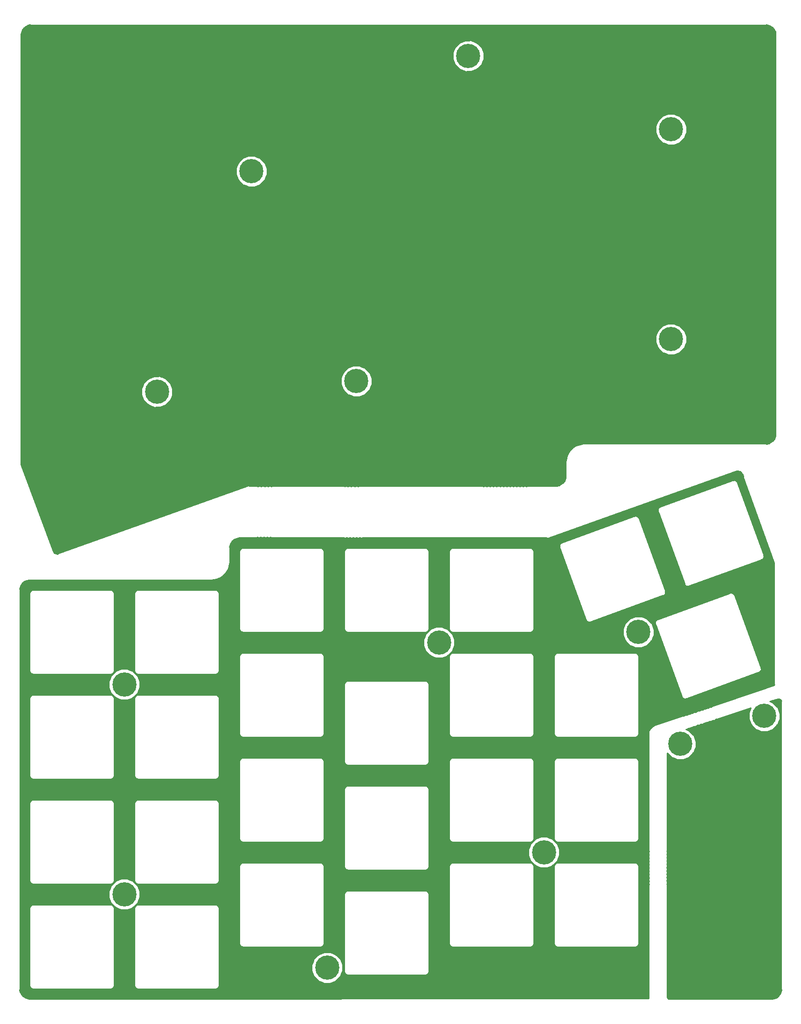
<source format=gbr>
G04 #@! TF.GenerationSoftware,KiCad,Pcbnew,(5.0.2)-1*
G04 #@! TF.CreationDate,2019-03-26T19:22:40+09:00*
G04 #@! TF.ProjectId,ergo52,6572676f-3532-42e6-9b69-6361645f7063,rev?*
G04 #@! TF.SameCoordinates,Original*
G04 #@! TF.FileFunction,Copper,L1,Top*
G04 #@! TF.FilePolarity,Positive*
%FSLAX46Y46*%
G04 Gerber Fmt 4.6, Leading zero omitted, Abs format (unit mm)*
G04 Created by KiCad (PCBNEW (5.0.2)-1) date 2019/03/26 19:22:40*
%MOMM*%
%LPD*%
G01*
G04 APERTURE LIST*
G04 #@! TA.AperFunction,ComponentPad*
%ADD10C,4.400000*%
G04 #@! TD*
G04 #@! TA.AperFunction,NonConductor*
%ADD11C,0.254000*%
G04 #@! TD*
G04 APERTURE END LIST*
D10*
G04 #@! TO.P,H2,1*
G04 #@! TO.N,N/C*
X140737378Y-119193839D03*
G04 #@! TD*
G04 #@! TO.P,H3,1*
G04 #@! TO.N,N/C*
X163597378Y-134433839D03*
G04 #@! TD*
G04 #@! TO.P,H3,1*
G04 #@! TO.N,N/C*
X148357378Y-139513839D03*
G04 #@! TD*
G04 #@! TO.P,H2,1*
G04 #@! TO.N,N/C*
X84222378Y-180153839D03*
G04 #@! TD*
G04 #@! TO.P,H2,1*
G04 #@! TO.N,N/C*
X123592378Y-159198839D03*
G04 #@! TD*
G04 #@! TO.P,H2,1*
G04 #@! TO.N,N/C*
X104542378Y-121098839D03*
G04 #@! TD*
G04 #@! TO.P,H2,1*
G04 #@! TO.N,N/C*
X47392378Y-128718839D03*
G04 #@! TD*
G04 #@! TO.P,,1*
G04 #@! TO.N,N/C*
X53340000Y-75565000D03*
G04 #@! TD*
G04 #@! TO.P,H1,1*
G04 #@! TO.N,N/C*
X89535000Y-73660000D03*
G04 #@! TD*
G04 #@! TO.P,H1,1*
G04 #@! TO.N,N/C*
X146685000Y-66040000D03*
G04 #@! TD*
G04 #@! TO.P,H1,1*
G04 #@! TO.N,N/C*
X146685000Y-27940000D03*
G04 #@! TD*
G04 #@! TO.P,H1,1*
G04 #@! TO.N,N/C*
X109855000Y-14605000D03*
G04 #@! TD*
G04 #@! TO.P,H1,1*
G04 #@! TO.N,N/C*
X70485000Y-35560000D03*
G04 #@! TD*
G04 #@! TO.P,H2,1*
G04 #@! TO.N,N/C*
X47392378Y-166818839D03*
G04 #@! TD*
D11*
G36*
X166270099Y-131334949D02*
X166453246Y-131414046D01*
X166598296Y-131551016D01*
X166689865Y-131733545D01*
X166672379Y-131821451D01*
X166672378Y-184036226D01*
X166694035Y-184145102D01*
X166658826Y-184423806D01*
X166488155Y-184854870D01*
X166215645Y-185229948D01*
X165858418Y-185525472D01*
X165438924Y-185722871D01*
X164951465Y-185815858D01*
X164856618Y-185818839D01*
X146392844Y-185818839D01*
X146203847Y-185781245D01*
X146100815Y-185712402D01*
X146031972Y-185609370D01*
X145998400Y-185440593D01*
X145998400Y-165386316D01*
X145998830Y-165384993D01*
X145998400Y-165379524D01*
X145998400Y-165337338D01*
X145992915Y-165309765D01*
X145988380Y-165252080D01*
X145988380Y-165118768D01*
X145975443Y-165087535D01*
X145972793Y-165053831D01*
X145938569Y-164971207D01*
X145988380Y-164850952D01*
X145988380Y-164817146D01*
X145998830Y-164784993D01*
X145988380Y-164652080D01*
X145988380Y-164518768D01*
X145975443Y-164487535D01*
X145972793Y-164453831D01*
X145938569Y-164371207D01*
X145988380Y-164250952D01*
X145988380Y-164217146D01*
X145998830Y-164184993D01*
X145988380Y-164052080D01*
X145988380Y-163918768D01*
X145975443Y-163887535D01*
X145972793Y-163853831D01*
X145938569Y-163771207D01*
X145988380Y-163650952D01*
X145988380Y-163617146D01*
X145998830Y-163584993D01*
X145988380Y-163452080D01*
X145988380Y-163318768D01*
X145975443Y-163287535D01*
X145972793Y-163253831D01*
X145938569Y-163171207D01*
X145988380Y-163050952D01*
X145988380Y-163017146D01*
X145998830Y-162984993D01*
X145988380Y-162852080D01*
X145988380Y-162718768D01*
X145975443Y-162687535D01*
X145972793Y-162653831D01*
X145938569Y-162571207D01*
X145988380Y-162450952D01*
X145988380Y-162417146D01*
X145998830Y-162384993D01*
X145988380Y-162252080D01*
X145988380Y-162118768D01*
X145975443Y-162087535D01*
X145972793Y-162053831D01*
X145938569Y-161971207D01*
X145988380Y-161850952D01*
X145988380Y-161817146D01*
X145998830Y-161784993D01*
X145988380Y-161652080D01*
X145988380Y-161518768D01*
X145975443Y-161487535D01*
X145972793Y-161453831D01*
X145938569Y-161371207D01*
X145988380Y-161250952D01*
X145988380Y-161217146D01*
X145998830Y-161184993D01*
X145988380Y-161052080D01*
X145988380Y-160918768D01*
X145975443Y-160887535D01*
X145972793Y-160853831D01*
X145938569Y-160771207D01*
X145988380Y-160650952D01*
X145988380Y-160617146D01*
X145998830Y-160584993D01*
X145988380Y-160452080D01*
X145988380Y-160318768D01*
X145975443Y-160287535D01*
X145972793Y-160253831D01*
X145938569Y-160171207D01*
X145988380Y-160050952D01*
X145988380Y-160017146D01*
X145998830Y-159984993D01*
X145988380Y-159852080D01*
X145988380Y-159718768D01*
X145975443Y-159687535D01*
X145972793Y-159653831D01*
X145938569Y-159571207D01*
X145988380Y-159450952D01*
X145988380Y-159417146D01*
X145998830Y-159384993D01*
X145988380Y-159252080D01*
X145988380Y-159118768D01*
X145975443Y-159087535D01*
X145972793Y-159053831D01*
X145938569Y-158971207D01*
X145988380Y-158850952D01*
X145988380Y-158817146D01*
X145998830Y-158784993D01*
X145988380Y-158652080D01*
X145988380Y-158563036D01*
X145998400Y-158512662D01*
X145998400Y-141164157D01*
X146751479Y-141917236D01*
X146760358Y-141920914D01*
X146762746Y-141924727D01*
X147278672Y-142135606D01*
X147793461Y-142348839D01*
X147800355Y-142348839D01*
X147806738Y-142351448D01*
X148364132Y-142348839D01*
X148921295Y-142348839D01*
X148927663Y-142346201D01*
X148934559Y-142346169D01*
X149952010Y-141924727D01*
X149954398Y-141920914D01*
X149963277Y-141917236D01*
X150760775Y-141119738D01*
X150764453Y-141110859D01*
X150768266Y-141108471D01*
X150979145Y-140592545D01*
X151192378Y-140077756D01*
X151192378Y-140070862D01*
X151194987Y-140064479D01*
X151192378Y-139507085D01*
X151192378Y-138949922D01*
X151189740Y-138943554D01*
X151189708Y-138936658D01*
X150768266Y-137919207D01*
X150764453Y-137916819D01*
X150760775Y-137907940D01*
X149963277Y-137110442D01*
X149954398Y-137106764D01*
X149952010Y-137102951D01*
X149436084Y-136892072D01*
X149402370Y-136878107D01*
X149532492Y-136824209D01*
X149693265Y-136757629D01*
X149693297Y-136757601D01*
X149693320Y-136757592D01*
X149693388Y-136757524D01*
X149761556Y-136699303D01*
X149784747Y-136699303D01*
X149956991Y-136699317D01*
X149957025Y-136699303D01*
X149957056Y-136699303D01*
X150103126Y-136638799D01*
X150263899Y-136572219D01*
X150263931Y-136572191D01*
X150263954Y-136572182D01*
X150264022Y-136572114D01*
X150332190Y-136513893D01*
X150355382Y-136513893D01*
X150527626Y-136513907D01*
X150527660Y-136513893D01*
X150527691Y-136513893D01*
X150674167Y-136453221D01*
X150834534Y-136386809D01*
X150834566Y-136386781D01*
X150834589Y-136386772D01*
X150834657Y-136386704D01*
X150902826Y-136328482D01*
X150926015Y-136328482D01*
X151098259Y-136328496D01*
X151098293Y-136328482D01*
X151098324Y-136328482D01*
X151244394Y-136267978D01*
X151405167Y-136201398D01*
X151405199Y-136201370D01*
X151405222Y-136201361D01*
X151405290Y-136201293D01*
X151473458Y-136143072D01*
X151496650Y-136143072D01*
X151668894Y-136143086D01*
X151668928Y-136143072D01*
X151668959Y-136143072D01*
X151815029Y-136082568D01*
X151975802Y-136015988D01*
X151975834Y-136015960D01*
X151975857Y-136015951D01*
X151975925Y-136015883D01*
X152044093Y-135957662D01*
X152067283Y-135957662D01*
X152239527Y-135957676D01*
X152239561Y-135957662D01*
X152239592Y-135957662D01*
X152385662Y-135897158D01*
X152546435Y-135830578D01*
X152546467Y-135830550D01*
X152546490Y-135830541D01*
X152546558Y-135830473D01*
X152614726Y-135772252D01*
X152637916Y-135772252D01*
X152810160Y-135772266D01*
X152810194Y-135772252D01*
X152810225Y-135772252D01*
X152956295Y-135711748D01*
X153117068Y-135645168D01*
X153117100Y-135645140D01*
X153117123Y-135645131D01*
X153117191Y-135645063D01*
X153185359Y-135586842D01*
X153208551Y-135586842D01*
X153380795Y-135586856D01*
X153380829Y-135586842D01*
X153380860Y-135586842D01*
X153526930Y-135526338D01*
X153687703Y-135459758D01*
X153687735Y-135459730D01*
X153687758Y-135459721D01*
X153687826Y-135459653D01*
X153755995Y-135401431D01*
X153779184Y-135401431D01*
X153951428Y-135401445D01*
X153951462Y-135401431D01*
X153951493Y-135401431D01*
X154097563Y-135340927D01*
X154258336Y-135274347D01*
X154258368Y-135274319D01*
X154258391Y-135274310D01*
X154258459Y-135274242D01*
X154326627Y-135216021D01*
X154349819Y-135216021D01*
X154522063Y-135216035D01*
X154522097Y-135216021D01*
X154522128Y-135216021D01*
X154668198Y-135155517D01*
X154828971Y-135088937D01*
X154829003Y-135088909D01*
X154829026Y-135088900D01*
X154829094Y-135088832D01*
X154887397Y-135039036D01*
X154902115Y-135037181D01*
X154907865Y-135035264D01*
X154981948Y-135024602D01*
X155035878Y-134992593D01*
X161137663Y-132958666D01*
X160975611Y-133355133D01*
X160762378Y-133869922D01*
X160762378Y-133876816D01*
X160759769Y-133883199D01*
X160762378Y-134440593D01*
X160762378Y-134997756D01*
X160765016Y-135004124D01*
X160765048Y-135011020D01*
X161186490Y-136028471D01*
X161190303Y-136030859D01*
X161193981Y-136039738D01*
X161991479Y-136837236D01*
X162000358Y-136840914D01*
X162002746Y-136844727D01*
X162518672Y-137055606D01*
X163033461Y-137268839D01*
X163040355Y-137268839D01*
X163046738Y-137271448D01*
X163604132Y-137268839D01*
X164161295Y-137268839D01*
X164167663Y-137266201D01*
X164174559Y-137266169D01*
X165192010Y-136844727D01*
X165194398Y-136840914D01*
X165203277Y-136837236D01*
X166000775Y-136039738D01*
X166004453Y-136030859D01*
X166008266Y-136028471D01*
X166219145Y-135512545D01*
X166432378Y-134997756D01*
X166432378Y-134990862D01*
X166434987Y-134984479D01*
X166432378Y-134427085D01*
X166432378Y-133869922D01*
X166429740Y-133863554D01*
X166429708Y-133856658D01*
X166008266Y-132839207D01*
X166004453Y-132836819D01*
X166000775Y-132827940D01*
X165203277Y-132030442D01*
X165194398Y-132026764D01*
X165192010Y-132022951D01*
X164676084Y-131812072D01*
X164632101Y-131793853D01*
X166047930Y-131321910D01*
X166270099Y-131334949D01*
X166270099Y-131334949D01*
G37*
X166270099Y-131334949D02*
X166453246Y-131414046D01*
X166598296Y-131551016D01*
X166689865Y-131733545D01*
X166672379Y-131821451D01*
X166672378Y-184036226D01*
X166694035Y-184145102D01*
X166658826Y-184423806D01*
X166488155Y-184854870D01*
X166215645Y-185229948D01*
X165858418Y-185525472D01*
X165438924Y-185722871D01*
X164951465Y-185815858D01*
X164856618Y-185818839D01*
X146392844Y-185818839D01*
X146203847Y-185781245D01*
X146100815Y-185712402D01*
X146031972Y-185609370D01*
X145998400Y-185440593D01*
X145998400Y-165386316D01*
X145998830Y-165384993D01*
X145998400Y-165379524D01*
X145998400Y-165337338D01*
X145992915Y-165309765D01*
X145988380Y-165252080D01*
X145988380Y-165118768D01*
X145975443Y-165087535D01*
X145972793Y-165053831D01*
X145938569Y-164971207D01*
X145988380Y-164850952D01*
X145988380Y-164817146D01*
X145998830Y-164784993D01*
X145988380Y-164652080D01*
X145988380Y-164518768D01*
X145975443Y-164487535D01*
X145972793Y-164453831D01*
X145938569Y-164371207D01*
X145988380Y-164250952D01*
X145988380Y-164217146D01*
X145998830Y-164184993D01*
X145988380Y-164052080D01*
X145988380Y-163918768D01*
X145975443Y-163887535D01*
X145972793Y-163853831D01*
X145938569Y-163771207D01*
X145988380Y-163650952D01*
X145988380Y-163617146D01*
X145998830Y-163584993D01*
X145988380Y-163452080D01*
X145988380Y-163318768D01*
X145975443Y-163287535D01*
X145972793Y-163253831D01*
X145938569Y-163171207D01*
X145988380Y-163050952D01*
X145988380Y-163017146D01*
X145998830Y-162984993D01*
X145988380Y-162852080D01*
X145988380Y-162718768D01*
X145975443Y-162687535D01*
X145972793Y-162653831D01*
X145938569Y-162571207D01*
X145988380Y-162450952D01*
X145988380Y-162417146D01*
X145998830Y-162384993D01*
X145988380Y-162252080D01*
X145988380Y-162118768D01*
X145975443Y-162087535D01*
X145972793Y-162053831D01*
X145938569Y-161971207D01*
X145988380Y-161850952D01*
X145988380Y-161817146D01*
X145998830Y-161784993D01*
X145988380Y-161652080D01*
X145988380Y-161518768D01*
X145975443Y-161487535D01*
X145972793Y-161453831D01*
X145938569Y-161371207D01*
X145988380Y-161250952D01*
X145988380Y-161217146D01*
X145998830Y-161184993D01*
X145988380Y-161052080D01*
X145988380Y-160918768D01*
X145975443Y-160887535D01*
X145972793Y-160853831D01*
X145938569Y-160771207D01*
X145988380Y-160650952D01*
X145988380Y-160617146D01*
X145998830Y-160584993D01*
X145988380Y-160452080D01*
X145988380Y-160318768D01*
X145975443Y-160287535D01*
X145972793Y-160253831D01*
X145938569Y-160171207D01*
X145988380Y-160050952D01*
X145988380Y-160017146D01*
X145998830Y-159984993D01*
X145988380Y-159852080D01*
X145988380Y-159718768D01*
X145975443Y-159687535D01*
X145972793Y-159653831D01*
X145938569Y-159571207D01*
X145988380Y-159450952D01*
X145988380Y-159417146D01*
X145998830Y-159384993D01*
X145988380Y-159252080D01*
X145988380Y-159118768D01*
X145975443Y-159087535D01*
X145972793Y-159053831D01*
X145938569Y-158971207D01*
X145988380Y-158850952D01*
X145988380Y-158817146D01*
X145998830Y-158784993D01*
X145988380Y-158652080D01*
X145988380Y-158563036D01*
X145998400Y-158512662D01*
X145998400Y-141164157D01*
X146751479Y-141917236D01*
X146760358Y-141920914D01*
X146762746Y-141924727D01*
X147278672Y-142135606D01*
X147793461Y-142348839D01*
X147800355Y-142348839D01*
X147806738Y-142351448D01*
X148364132Y-142348839D01*
X148921295Y-142348839D01*
X148927663Y-142346201D01*
X148934559Y-142346169D01*
X149952010Y-141924727D01*
X149954398Y-141920914D01*
X149963277Y-141917236D01*
X150760775Y-141119738D01*
X150764453Y-141110859D01*
X150768266Y-141108471D01*
X150979145Y-140592545D01*
X151192378Y-140077756D01*
X151192378Y-140070862D01*
X151194987Y-140064479D01*
X151192378Y-139507085D01*
X151192378Y-138949922D01*
X151189740Y-138943554D01*
X151189708Y-138936658D01*
X150768266Y-137919207D01*
X150764453Y-137916819D01*
X150760775Y-137907940D01*
X149963277Y-137110442D01*
X149954398Y-137106764D01*
X149952010Y-137102951D01*
X149436084Y-136892072D01*
X149402370Y-136878107D01*
X149532492Y-136824209D01*
X149693265Y-136757629D01*
X149693297Y-136757601D01*
X149693320Y-136757592D01*
X149693388Y-136757524D01*
X149761556Y-136699303D01*
X149784747Y-136699303D01*
X149956991Y-136699317D01*
X149957025Y-136699303D01*
X149957056Y-136699303D01*
X150103126Y-136638799D01*
X150263899Y-136572219D01*
X150263931Y-136572191D01*
X150263954Y-136572182D01*
X150264022Y-136572114D01*
X150332190Y-136513893D01*
X150355382Y-136513893D01*
X150527626Y-136513907D01*
X150527660Y-136513893D01*
X150527691Y-136513893D01*
X150674167Y-136453221D01*
X150834534Y-136386809D01*
X150834566Y-136386781D01*
X150834589Y-136386772D01*
X150834657Y-136386704D01*
X150902826Y-136328482D01*
X150926015Y-136328482D01*
X151098259Y-136328496D01*
X151098293Y-136328482D01*
X151098324Y-136328482D01*
X151244394Y-136267978D01*
X151405167Y-136201398D01*
X151405199Y-136201370D01*
X151405222Y-136201361D01*
X151405290Y-136201293D01*
X151473458Y-136143072D01*
X151496650Y-136143072D01*
X151668894Y-136143086D01*
X151668928Y-136143072D01*
X151668959Y-136143072D01*
X151815029Y-136082568D01*
X151975802Y-136015988D01*
X151975834Y-136015960D01*
X151975857Y-136015951D01*
X151975925Y-136015883D01*
X152044093Y-135957662D01*
X152067283Y-135957662D01*
X152239527Y-135957676D01*
X152239561Y-135957662D01*
X152239592Y-135957662D01*
X152385662Y-135897158D01*
X152546435Y-135830578D01*
X152546467Y-135830550D01*
X152546490Y-135830541D01*
X152546558Y-135830473D01*
X152614726Y-135772252D01*
X152637916Y-135772252D01*
X152810160Y-135772266D01*
X152810194Y-135772252D01*
X152810225Y-135772252D01*
X152956295Y-135711748D01*
X153117068Y-135645168D01*
X153117100Y-135645140D01*
X153117123Y-135645131D01*
X153117191Y-135645063D01*
X153185359Y-135586842D01*
X153208551Y-135586842D01*
X153380795Y-135586856D01*
X153380829Y-135586842D01*
X153380860Y-135586842D01*
X153526930Y-135526338D01*
X153687703Y-135459758D01*
X153687735Y-135459730D01*
X153687758Y-135459721D01*
X153687826Y-135459653D01*
X153755995Y-135401431D01*
X153779184Y-135401431D01*
X153951428Y-135401445D01*
X153951462Y-135401431D01*
X153951493Y-135401431D01*
X154097563Y-135340927D01*
X154258336Y-135274347D01*
X154258368Y-135274319D01*
X154258391Y-135274310D01*
X154258459Y-135274242D01*
X154326627Y-135216021D01*
X154349819Y-135216021D01*
X154522063Y-135216035D01*
X154522097Y-135216021D01*
X154522128Y-135216021D01*
X154668198Y-135155517D01*
X154828971Y-135088937D01*
X154829003Y-135088909D01*
X154829026Y-135088900D01*
X154829094Y-135088832D01*
X154887397Y-135039036D01*
X154902115Y-135037181D01*
X154907865Y-135035264D01*
X154981948Y-135024602D01*
X155035878Y-134992593D01*
X161137663Y-132958666D01*
X160975611Y-133355133D01*
X160762378Y-133869922D01*
X160762378Y-133876816D01*
X160759769Y-133883199D01*
X160762378Y-134440593D01*
X160762378Y-134997756D01*
X160765016Y-135004124D01*
X160765048Y-135011020D01*
X161186490Y-136028471D01*
X161190303Y-136030859D01*
X161193981Y-136039738D01*
X161991479Y-136837236D01*
X162000358Y-136840914D01*
X162002746Y-136844727D01*
X162518672Y-137055606D01*
X163033461Y-137268839D01*
X163040355Y-137268839D01*
X163046738Y-137271448D01*
X163604132Y-137268839D01*
X164161295Y-137268839D01*
X164167663Y-137266201D01*
X164174559Y-137266169D01*
X165192010Y-136844727D01*
X165194398Y-136840914D01*
X165203277Y-136837236D01*
X166000775Y-136039738D01*
X166004453Y-136030859D01*
X166008266Y-136028471D01*
X166219145Y-135512545D01*
X166432378Y-134997756D01*
X166432378Y-134990862D01*
X166434987Y-134984479D01*
X166432378Y-134427085D01*
X166432378Y-133869922D01*
X166429740Y-133863554D01*
X166429708Y-133856658D01*
X166008266Y-132839207D01*
X166004453Y-132836819D01*
X166000775Y-132827940D01*
X165203277Y-132030442D01*
X165194398Y-132026764D01*
X165192010Y-132022951D01*
X164676084Y-131812072D01*
X164632101Y-131793853D01*
X166047930Y-131321910D01*
X166270099Y-131334949D01*
G36*
X158799016Y-89939446D02*
X159156600Y-90071323D01*
X159462800Y-90298264D01*
X159692999Y-90602023D01*
X159789654Y-90855720D01*
X159779420Y-90896987D01*
X159812002Y-91113139D01*
X165402379Y-106622266D01*
X165402378Y-128664226D01*
X165421218Y-128758940D01*
X165368050Y-128838512D01*
X165233657Y-128928310D01*
X165200221Y-128932584D01*
X154209543Y-132617321D01*
X154136053Y-132627898D01*
X154023532Y-132694681D01*
X153909982Y-132759671D01*
X153906544Y-132764116D01*
X153901711Y-132766985D01*
X153894663Y-132776403D01*
X153825923Y-132776397D01*
X153825889Y-132776411D01*
X153825858Y-132776411D01*
X153679788Y-132836915D01*
X153519015Y-132903495D01*
X153518983Y-132903523D01*
X153518960Y-132903532D01*
X153518892Y-132903600D01*
X153450724Y-132961821D01*
X153427533Y-132961821D01*
X153255289Y-132961807D01*
X153255255Y-132961821D01*
X153255224Y-132961821D01*
X153109154Y-133022325D01*
X152948381Y-133088905D01*
X152948349Y-133088933D01*
X152948326Y-133088942D01*
X152948258Y-133089010D01*
X152880090Y-133147231D01*
X152856898Y-133147231D01*
X152684654Y-133147217D01*
X152684620Y-133147231D01*
X152684589Y-133147231D01*
X152538519Y-133207735D01*
X152377746Y-133274315D01*
X152377714Y-133274343D01*
X152377691Y-133274352D01*
X152377623Y-133274420D01*
X152309454Y-133332642D01*
X152286265Y-133332642D01*
X152114021Y-133332628D01*
X152113987Y-133332642D01*
X152113956Y-133332642D01*
X151967886Y-133393146D01*
X151807113Y-133459726D01*
X151807081Y-133459754D01*
X151807058Y-133459763D01*
X151806990Y-133459831D01*
X151738822Y-133518052D01*
X151715630Y-133518052D01*
X151543386Y-133518038D01*
X151543352Y-133518052D01*
X151543321Y-133518052D01*
X151397251Y-133578556D01*
X151236478Y-133645136D01*
X151236446Y-133645164D01*
X151236423Y-133645173D01*
X151236355Y-133645241D01*
X151168187Y-133703462D01*
X151144997Y-133703462D01*
X150972753Y-133703448D01*
X150972719Y-133703462D01*
X150972688Y-133703462D01*
X150826618Y-133763966D01*
X150665845Y-133830546D01*
X150665813Y-133830574D01*
X150665790Y-133830583D01*
X150665722Y-133830651D01*
X150597554Y-133888872D01*
X150574364Y-133888872D01*
X150402120Y-133888858D01*
X150402086Y-133888872D01*
X150402055Y-133888872D01*
X150255985Y-133949376D01*
X150095212Y-134015956D01*
X150095180Y-134015984D01*
X150095157Y-134015993D01*
X150095089Y-134016061D01*
X150026921Y-134074282D01*
X150003729Y-134074282D01*
X149831485Y-134074268D01*
X149831451Y-134074282D01*
X149831420Y-134074282D01*
X149685350Y-134134786D01*
X149524577Y-134201366D01*
X149524545Y-134201394D01*
X149524522Y-134201403D01*
X149524454Y-134201471D01*
X149456285Y-134259693D01*
X149433096Y-134259693D01*
X149260852Y-134259679D01*
X149260818Y-134259693D01*
X149260787Y-134259693D01*
X149114717Y-134320197D01*
X148953944Y-134386777D01*
X148953912Y-134386805D01*
X148953889Y-134386814D01*
X148953821Y-134386882D01*
X148885653Y-134445103D01*
X148862461Y-134445103D01*
X148690217Y-134445089D01*
X148690183Y-134445103D01*
X148690152Y-134445103D01*
X148562928Y-134497801D01*
X148403962Y-134521764D01*
X148291821Y-134589338D01*
X143739973Y-136085836D01*
X143562571Y-136185998D01*
X143543169Y-136210786D01*
X143477441Y-136246027D01*
X143104119Y-136539788D01*
X143058038Y-136591325D01*
X142945549Y-136717130D01*
X142788819Y-136969895D01*
X142788142Y-136970346D01*
X142636470Y-137196746D01*
X142608034Y-137338805D01*
X142606859Y-137341742D01*
X142606750Y-137345220D01*
X142596483Y-137396509D01*
X142571067Y-158364704D01*
X142557581Y-158432500D01*
X142601270Y-158652140D01*
X142606420Y-158717640D01*
X142606420Y-158850952D01*
X142619357Y-158882185D01*
X142622007Y-158915889D01*
X142656231Y-158998513D01*
X142606420Y-159118768D01*
X142606420Y-159152574D01*
X142595970Y-159184727D01*
X142606420Y-159317640D01*
X142606420Y-159450952D01*
X142619357Y-159482185D01*
X142622007Y-159515889D01*
X142656231Y-159598513D01*
X142606420Y-159718768D01*
X142606420Y-159752574D01*
X142595970Y-159784727D01*
X142606420Y-159917640D01*
X142606420Y-160050952D01*
X142619357Y-160082185D01*
X142622007Y-160115889D01*
X142656231Y-160198513D01*
X142606420Y-160318768D01*
X142606420Y-160352574D01*
X142595970Y-160384727D01*
X142606420Y-160517640D01*
X142606420Y-160650952D01*
X142619357Y-160682185D01*
X142622007Y-160715889D01*
X142656231Y-160798513D01*
X142606420Y-160918768D01*
X142606420Y-160952574D01*
X142595970Y-160984727D01*
X142606420Y-161117640D01*
X142606420Y-161250952D01*
X142619357Y-161282185D01*
X142622007Y-161315889D01*
X142656231Y-161398513D01*
X142606420Y-161518768D01*
X142606420Y-161552574D01*
X142595970Y-161584727D01*
X142606420Y-161717640D01*
X142606420Y-161850952D01*
X142619357Y-161882185D01*
X142622007Y-161915889D01*
X142656231Y-161998513D01*
X142606420Y-162118768D01*
X142606420Y-162152574D01*
X142595970Y-162184727D01*
X142606420Y-162317640D01*
X142606420Y-162450952D01*
X142619357Y-162482185D01*
X142622007Y-162515889D01*
X142656231Y-162598513D01*
X142606420Y-162718768D01*
X142606420Y-162752574D01*
X142595970Y-162784727D01*
X142606420Y-162917640D01*
X142606420Y-163050952D01*
X142619357Y-163082185D01*
X142622007Y-163115889D01*
X142656231Y-163198513D01*
X142606420Y-163318768D01*
X142606420Y-163352574D01*
X142595970Y-163384727D01*
X142606420Y-163517640D01*
X142606420Y-163650952D01*
X142619357Y-163682185D01*
X142622007Y-163715889D01*
X142656231Y-163798513D01*
X142606420Y-163918768D01*
X142606420Y-163952574D01*
X142595970Y-163984727D01*
X142606420Y-164117640D01*
X142606420Y-164250952D01*
X142619357Y-164282185D01*
X142622007Y-164315889D01*
X142656231Y-164398513D01*
X142606420Y-164518768D01*
X142606420Y-164552574D01*
X142595970Y-164584727D01*
X142606420Y-164717640D01*
X142606420Y-164850952D01*
X142619357Y-164882185D01*
X142622007Y-164915889D01*
X142656231Y-164998513D01*
X142606420Y-165118768D01*
X142606420Y-165152574D01*
X142595970Y-165184727D01*
X142597496Y-165204138D01*
X142571001Y-165337338D01*
X142571001Y-165350033D01*
X142557581Y-165417500D01*
X142571001Y-165484967D01*
X142571000Y-185697994D01*
X142569710Y-185701108D01*
X30174547Y-185768883D01*
X30066189Y-185790505D01*
X29787411Y-185755287D01*
X29356347Y-185584616D01*
X28981269Y-185312106D01*
X28685745Y-184954879D01*
X28488346Y-184535385D01*
X28417237Y-184162618D01*
X28442378Y-184036227D01*
X28442378Y-169358839D01*
X30183959Y-169358839D01*
X30197378Y-169426301D01*
X30197379Y-183261372D01*
X30183959Y-183328839D01*
X30237123Y-183596112D01*
X30388521Y-183822696D01*
X30615105Y-183974094D01*
X30814916Y-184013839D01*
X30814917Y-184013839D01*
X30882378Y-184027258D01*
X30949840Y-184013839D01*
X44784916Y-184013839D01*
X44852378Y-184027258D01*
X44919839Y-184013839D01*
X44919840Y-184013839D01*
X45119651Y-183974094D01*
X45346235Y-183822696D01*
X45497633Y-183596112D01*
X45550797Y-183328839D01*
X45537378Y-183261377D01*
X45537378Y-169426301D01*
X45550797Y-169358839D01*
X45497633Y-169091566D01*
X45346235Y-168864982D01*
X45119651Y-168713584D01*
X44919840Y-168673839D01*
X44852378Y-168660420D01*
X44784917Y-168673839D01*
X30949839Y-168673839D01*
X30882378Y-168660420D01*
X30814916Y-168673839D01*
X30615105Y-168713584D01*
X30388521Y-168864982D01*
X30237123Y-169091566D01*
X30183959Y-169358839D01*
X28442378Y-169358839D01*
X28442378Y-166268199D01*
X44554769Y-166268199D01*
X44557378Y-166825593D01*
X44557378Y-167382756D01*
X44560016Y-167389124D01*
X44560048Y-167396020D01*
X44981490Y-168413471D01*
X44985303Y-168415859D01*
X44988981Y-168424738D01*
X45786479Y-169222236D01*
X45795358Y-169225914D01*
X45797746Y-169229727D01*
X46313672Y-169440606D01*
X46828461Y-169653839D01*
X46835355Y-169653839D01*
X46841738Y-169656448D01*
X47399132Y-169653839D01*
X47956295Y-169653839D01*
X47962663Y-169651201D01*
X47969559Y-169651169D01*
X48675306Y-169358839D01*
X49233959Y-169358839D01*
X49247378Y-169426301D01*
X49247379Y-183261372D01*
X49233959Y-183328839D01*
X49287123Y-183596112D01*
X49438521Y-183822696D01*
X49665105Y-183974094D01*
X49864916Y-184013839D01*
X49864917Y-184013839D01*
X49932378Y-184027258D01*
X49999840Y-184013839D01*
X63834916Y-184013839D01*
X63902378Y-184027258D01*
X63969839Y-184013839D01*
X63969840Y-184013839D01*
X64169651Y-183974094D01*
X64396235Y-183822696D01*
X64547633Y-183596112D01*
X64600797Y-183328839D01*
X64587378Y-183261377D01*
X64587378Y-179603199D01*
X81384769Y-179603199D01*
X81387378Y-180160593D01*
X81387378Y-180717756D01*
X81390016Y-180724124D01*
X81390048Y-180731020D01*
X81811490Y-181748471D01*
X81815303Y-181750859D01*
X81818981Y-181759738D01*
X82616479Y-182557236D01*
X82625358Y-182560914D01*
X82627746Y-182564727D01*
X83143672Y-182775606D01*
X83658461Y-182988839D01*
X83665355Y-182988839D01*
X83671738Y-182991448D01*
X84229132Y-182988839D01*
X84786295Y-182988839D01*
X84792663Y-182986201D01*
X84799559Y-182986169D01*
X85817010Y-182564727D01*
X85819398Y-182560914D01*
X85828277Y-182557236D01*
X86625775Y-181759738D01*
X86629453Y-181750859D01*
X86633266Y-181748471D01*
X86844145Y-181232545D01*
X87057378Y-180717756D01*
X87057378Y-180710862D01*
X87059987Y-180704479D01*
X87057378Y-180147085D01*
X87057378Y-179589922D01*
X87054740Y-179583554D01*
X87054708Y-179576658D01*
X86633266Y-178559207D01*
X86629453Y-178556819D01*
X86625775Y-178547940D01*
X85828277Y-177750442D01*
X85819398Y-177746764D01*
X85817010Y-177742951D01*
X85301084Y-177532072D01*
X84786295Y-177318839D01*
X84779401Y-177318839D01*
X84773018Y-177316230D01*
X84215624Y-177318839D01*
X83658461Y-177318839D01*
X83652093Y-177321477D01*
X83645197Y-177321509D01*
X82627746Y-177742951D01*
X82625358Y-177746764D01*
X82616479Y-177750442D01*
X81818981Y-178547940D01*
X81815303Y-178556819D01*
X81811490Y-178559207D01*
X81600611Y-179075133D01*
X81387378Y-179589922D01*
X81387378Y-179596816D01*
X81384769Y-179603199D01*
X64587378Y-179603199D01*
X64587378Y-169426301D01*
X64600797Y-169358839D01*
X64547633Y-169091566D01*
X64396235Y-168864982D01*
X64169651Y-168713584D01*
X63969840Y-168673839D01*
X63902378Y-168660420D01*
X63834917Y-168673839D01*
X49999839Y-168673839D01*
X49932378Y-168660420D01*
X49864916Y-168673839D01*
X49665105Y-168713584D01*
X49438521Y-168864982D01*
X49287123Y-169091566D01*
X49233959Y-169358839D01*
X48675306Y-169358839D01*
X48987010Y-169229727D01*
X48989398Y-169225914D01*
X48998277Y-169222236D01*
X49795775Y-168424738D01*
X49799453Y-168415859D01*
X49803266Y-168413471D01*
X50014145Y-167897545D01*
X50227378Y-167382756D01*
X50227378Y-167375862D01*
X50229987Y-167369479D01*
X50227378Y-166812085D01*
X50227378Y-166254922D01*
X50224740Y-166248554D01*
X50224708Y-166241658D01*
X49803266Y-165224207D01*
X49799453Y-165221819D01*
X49795775Y-165212940D01*
X48998277Y-164415442D01*
X48989398Y-164411764D01*
X48987010Y-164407951D01*
X48471084Y-164197072D01*
X47956295Y-163983839D01*
X47949401Y-163983839D01*
X47943018Y-163981230D01*
X47385624Y-163983839D01*
X46828461Y-163983839D01*
X46822093Y-163986477D01*
X46815197Y-163986509D01*
X45797746Y-164407951D01*
X45795358Y-164411764D01*
X45786479Y-164415442D01*
X44988981Y-165212940D01*
X44985303Y-165221819D01*
X44981490Y-165224207D01*
X44770611Y-165740133D01*
X44557378Y-166254922D01*
X44557378Y-166261816D01*
X44554769Y-166268199D01*
X28442378Y-166268199D01*
X28442378Y-150308839D01*
X30183959Y-150308839D01*
X30197378Y-150376301D01*
X30197379Y-164211372D01*
X30183959Y-164278839D01*
X30237123Y-164546112D01*
X30388521Y-164772696D01*
X30615105Y-164924094D01*
X30814916Y-164963839D01*
X30814917Y-164963839D01*
X30882378Y-164977258D01*
X30949840Y-164963839D01*
X44784916Y-164963839D01*
X44852378Y-164977258D01*
X44919839Y-164963839D01*
X44919840Y-164963839D01*
X45119651Y-164924094D01*
X45346235Y-164772696D01*
X45497633Y-164546112D01*
X45550797Y-164278839D01*
X45537378Y-164211377D01*
X45537378Y-150376301D01*
X45550797Y-150308839D01*
X49233959Y-150308839D01*
X49247378Y-150376301D01*
X49247379Y-164211372D01*
X49233959Y-164278839D01*
X49287123Y-164546112D01*
X49438521Y-164772696D01*
X49665105Y-164924094D01*
X49864916Y-164963839D01*
X49864917Y-164963839D01*
X49932378Y-164977258D01*
X49999840Y-164963839D01*
X63834916Y-164963839D01*
X63902378Y-164977258D01*
X63969839Y-164963839D01*
X63969840Y-164963839D01*
X64169651Y-164924094D01*
X64396235Y-164772696D01*
X64547633Y-164546112D01*
X64600797Y-164278839D01*
X64587378Y-164211377D01*
X64587378Y-161738839D01*
X68283959Y-161738839D01*
X68297379Y-161806306D01*
X68297378Y-175641377D01*
X68283959Y-175708839D01*
X68337123Y-175976112D01*
X68488521Y-176202696D01*
X68715105Y-176354094D01*
X68982378Y-176407258D01*
X69049839Y-176393839D01*
X82884917Y-176393839D01*
X82952378Y-176407258D01*
X83219651Y-176354094D01*
X83446235Y-176202696D01*
X83597633Y-175976112D01*
X83637378Y-175776301D01*
X83637378Y-175776300D01*
X83650797Y-175708839D01*
X83637378Y-175641377D01*
X83637378Y-166818839D01*
X87333959Y-166818839D01*
X87347378Y-166886301D01*
X87347379Y-180721372D01*
X87333959Y-180788839D01*
X87387123Y-181056112D01*
X87538521Y-181282696D01*
X87765105Y-181434094D01*
X87964916Y-181473839D01*
X87964917Y-181473839D01*
X88032378Y-181487258D01*
X88099840Y-181473839D01*
X101934916Y-181473839D01*
X102002378Y-181487258D01*
X102069839Y-181473839D01*
X102069840Y-181473839D01*
X102269651Y-181434094D01*
X102496235Y-181282696D01*
X102647633Y-181056112D01*
X102700797Y-180788839D01*
X102687378Y-180721377D01*
X102687378Y-166886301D01*
X102700797Y-166818839D01*
X102647633Y-166551566D01*
X102496235Y-166324982D01*
X102269651Y-166173584D01*
X102069840Y-166133839D01*
X102002378Y-166120420D01*
X101934917Y-166133839D01*
X88099839Y-166133839D01*
X88032378Y-166120420D01*
X87964916Y-166133839D01*
X87765105Y-166173584D01*
X87538521Y-166324982D01*
X87387123Y-166551566D01*
X87333959Y-166818839D01*
X83637378Y-166818839D01*
X83637378Y-161806300D01*
X83650797Y-161738839D01*
X83597633Y-161471566D01*
X83446235Y-161244982D01*
X83219651Y-161093584D01*
X83019840Y-161053839D01*
X83019839Y-161053839D01*
X82952378Y-161040420D01*
X82884916Y-161053839D01*
X69049840Y-161053839D01*
X68982378Y-161040420D01*
X68914917Y-161053839D01*
X68914916Y-161053839D01*
X68715105Y-161093584D01*
X68488521Y-161244982D01*
X68337123Y-161471566D01*
X68283959Y-161738839D01*
X64587378Y-161738839D01*
X64587378Y-150376301D01*
X64600797Y-150308839D01*
X64547633Y-150041566D01*
X64396235Y-149814982D01*
X64169651Y-149663584D01*
X63969840Y-149623839D01*
X63902378Y-149610420D01*
X63834917Y-149623839D01*
X49999839Y-149623839D01*
X49932378Y-149610420D01*
X49864916Y-149623839D01*
X49665105Y-149663584D01*
X49438521Y-149814982D01*
X49287123Y-150041566D01*
X49233959Y-150308839D01*
X45550797Y-150308839D01*
X45497633Y-150041566D01*
X45346235Y-149814982D01*
X45119651Y-149663584D01*
X44919840Y-149623839D01*
X44852378Y-149610420D01*
X44784917Y-149623839D01*
X30949839Y-149623839D01*
X30882378Y-149610420D01*
X30814916Y-149623839D01*
X30615105Y-149663584D01*
X30388521Y-149814982D01*
X30237123Y-150041566D01*
X30183959Y-150308839D01*
X28442378Y-150308839D01*
X28442378Y-131258839D01*
X30183959Y-131258839D01*
X30197378Y-131326301D01*
X30197379Y-145161372D01*
X30183959Y-145228839D01*
X30237123Y-145496112D01*
X30388521Y-145722696D01*
X30615105Y-145874094D01*
X30814916Y-145913839D01*
X30814917Y-145913839D01*
X30882378Y-145927258D01*
X30949840Y-145913839D01*
X44784916Y-145913839D01*
X44852378Y-145927258D01*
X44919839Y-145913839D01*
X44919840Y-145913839D01*
X45119651Y-145874094D01*
X45346235Y-145722696D01*
X45497633Y-145496112D01*
X45550797Y-145228839D01*
X45537378Y-145161377D01*
X45537378Y-131326301D01*
X45550797Y-131258839D01*
X45528576Y-131147124D01*
X45497633Y-130991566D01*
X45346235Y-130764982D01*
X45119651Y-130613584D01*
X44852378Y-130560420D01*
X44784917Y-130573839D01*
X30949839Y-130573839D01*
X30882378Y-130560420D01*
X30814916Y-130573839D01*
X30615105Y-130613584D01*
X30388521Y-130764982D01*
X30237123Y-130991566D01*
X30183959Y-131258839D01*
X28442378Y-131258839D01*
X28442378Y-128168199D01*
X44554769Y-128168199D01*
X44557378Y-128725593D01*
X44557378Y-129282756D01*
X44560016Y-129289124D01*
X44560048Y-129296020D01*
X44981490Y-130313471D01*
X44985303Y-130315859D01*
X44988981Y-130324738D01*
X45786479Y-131122236D01*
X45795358Y-131125914D01*
X45797746Y-131129727D01*
X46313672Y-131340606D01*
X46828461Y-131553839D01*
X46835355Y-131553839D01*
X46841738Y-131556448D01*
X47399132Y-131553839D01*
X47956295Y-131553839D01*
X47962663Y-131551201D01*
X47969559Y-131551169D01*
X48675306Y-131258839D01*
X49233959Y-131258839D01*
X49247379Y-131326306D01*
X49247378Y-145161377D01*
X49233959Y-145228839D01*
X49287123Y-145496112D01*
X49438521Y-145722696D01*
X49665105Y-145874094D01*
X49932378Y-145927258D01*
X49999839Y-145913839D01*
X63834917Y-145913839D01*
X63902378Y-145927258D01*
X64169651Y-145874094D01*
X64396235Y-145722696D01*
X64547633Y-145496112D01*
X64587378Y-145296301D01*
X64587378Y-145296300D01*
X64600797Y-145228839D01*
X64587378Y-145161377D01*
X64587378Y-142688839D01*
X68283959Y-142688839D01*
X68297378Y-142756300D01*
X68297379Y-156591372D01*
X68283959Y-156658839D01*
X68337123Y-156926112D01*
X68488521Y-157152696D01*
X68715105Y-157304094D01*
X68914916Y-157343839D01*
X68914917Y-157343839D01*
X68982378Y-157357258D01*
X69049840Y-157343839D01*
X82884916Y-157343839D01*
X82952378Y-157357258D01*
X83019839Y-157343839D01*
X83019840Y-157343839D01*
X83219651Y-157304094D01*
X83446235Y-157152696D01*
X83597633Y-156926112D01*
X83650797Y-156658839D01*
X83637378Y-156591377D01*
X83637378Y-147768839D01*
X87333959Y-147768839D01*
X87347379Y-147836306D01*
X87347378Y-161671377D01*
X87333959Y-161738839D01*
X87387123Y-162006112D01*
X87538521Y-162232696D01*
X87683447Y-162329532D01*
X87765105Y-162384094D01*
X88032378Y-162437258D01*
X88099839Y-162423839D01*
X101934917Y-162423839D01*
X102002378Y-162437258D01*
X102269651Y-162384094D01*
X102496235Y-162232696D01*
X102647633Y-162006112D01*
X102687378Y-161806301D01*
X102687378Y-161806300D01*
X102700797Y-161738839D01*
X106383959Y-161738839D01*
X106397378Y-161806300D01*
X106397379Y-175641372D01*
X106383959Y-175708839D01*
X106437123Y-175976112D01*
X106588521Y-176202696D01*
X106815105Y-176354094D01*
X107014916Y-176393839D01*
X107014917Y-176393839D01*
X107082378Y-176407258D01*
X107149840Y-176393839D01*
X120984916Y-176393839D01*
X121052378Y-176407258D01*
X121119839Y-176393839D01*
X121119840Y-176393839D01*
X121319651Y-176354094D01*
X121546235Y-176202696D01*
X121697633Y-175976112D01*
X121750797Y-175708839D01*
X121737378Y-175641377D01*
X121737378Y-161806300D01*
X121750797Y-161738839D01*
X121697633Y-161471566D01*
X121546235Y-161244982D01*
X121319651Y-161093584D01*
X121119840Y-161053839D01*
X121052378Y-161040420D01*
X120984917Y-161053839D01*
X107149839Y-161053839D01*
X107082378Y-161040420D01*
X107014916Y-161053839D01*
X106815105Y-161093584D01*
X106588521Y-161244982D01*
X106437123Y-161471566D01*
X106383959Y-161738839D01*
X102700797Y-161738839D01*
X102687378Y-161671377D01*
X102687378Y-158648199D01*
X120754769Y-158648199D01*
X120757378Y-159205593D01*
X120757378Y-159762756D01*
X120760016Y-159769124D01*
X120760048Y-159776020D01*
X121181490Y-160793471D01*
X121185303Y-160795859D01*
X121188981Y-160804738D01*
X121986479Y-161602236D01*
X121995358Y-161605914D01*
X121997746Y-161609727D01*
X122513672Y-161820606D01*
X123028461Y-162033839D01*
X123035355Y-162033839D01*
X123041738Y-162036448D01*
X123599132Y-162033839D01*
X124156295Y-162033839D01*
X124162663Y-162031201D01*
X124169559Y-162031169D01*
X124875306Y-161738839D01*
X125433959Y-161738839D01*
X125447378Y-161806300D01*
X125447379Y-175641372D01*
X125433959Y-175708839D01*
X125487123Y-175976112D01*
X125638521Y-176202696D01*
X125865105Y-176354094D01*
X126064916Y-176393839D01*
X126064917Y-176393839D01*
X126132378Y-176407258D01*
X126199840Y-176393839D01*
X140034916Y-176393839D01*
X140102378Y-176407258D01*
X140169839Y-176393839D01*
X140169840Y-176393839D01*
X140369651Y-176354094D01*
X140596235Y-176202696D01*
X140747633Y-175976112D01*
X140800797Y-175708839D01*
X140787378Y-175641377D01*
X140787378Y-161806300D01*
X140800797Y-161738839D01*
X140747633Y-161471566D01*
X140596235Y-161244982D01*
X140369651Y-161093584D01*
X140169840Y-161053839D01*
X140102378Y-161040420D01*
X140034917Y-161053839D01*
X126199839Y-161053839D01*
X126132378Y-161040420D01*
X126064916Y-161053839D01*
X125865105Y-161093584D01*
X125638521Y-161244982D01*
X125487123Y-161471566D01*
X125433959Y-161738839D01*
X124875306Y-161738839D01*
X125187010Y-161609727D01*
X125189398Y-161605914D01*
X125198277Y-161602236D01*
X125995775Y-160804738D01*
X125999453Y-160795859D01*
X126003266Y-160793471D01*
X126214145Y-160277545D01*
X126427378Y-159762756D01*
X126427378Y-159755862D01*
X126429987Y-159749479D01*
X126427378Y-159192085D01*
X126427378Y-158634922D01*
X126424740Y-158628554D01*
X126424708Y-158621658D01*
X126003266Y-157604207D01*
X125999453Y-157601819D01*
X125995775Y-157592940D01*
X125198277Y-156795442D01*
X125189398Y-156791764D01*
X125187010Y-156787951D01*
X124671084Y-156577072D01*
X124156295Y-156363839D01*
X124149401Y-156363839D01*
X124143018Y-156361230D01*
X123585624Y-156363839D01*
X123028461Y-156363839D01*
X123022093Y-156366477D01*
X123015197Y-156366509D01*
X121997746Y-156787951D01*
X121995358Y-156791764D01*
X121986479Y-156795442D01*
X121188981Y-157592940D01*
X121185303Y-157601819D01*
X121181490Y-157604207D01*
X120970611Y-158120133D01*
X120757378Y-158634922D01*
X120757378Y-158641816D01*
X120754769Y-158648199D01*
X102687378Y-158648199D01*
X102687378Y-147836301D01*
X102700797Y-147768839D01*
X102647633Y-147501566D01*
X102496235Y-147274982D01*
X102269651Y-147123584D01*
X102069840Y-147083839D01*
X102069839Y-147083839D01*
X102002378Y-147070420D01*
X101934916Y-147083839D01*
X88099840Y-147083839D01*
X88032378Y-147070420D01*
X87964917Y-147083839D01*
X87964916Y-147083839D01*
X87765105Y-147123584D01*
X87538521Y-147274982D01*
X87387123Y-147501566D01*
X87333959Y-147768839D01*
X83637378Y-147768839D01*
X83637378Y-142756300D01*
X83650797Y-142688839D01*
X83597633Y-142421566D01*
X83446235Y-142194982D01*
X83219651Y-142043584D01*
X83019840Y-142003839D01*
X82952378Y-141990420D01*
X82884917Y-142003839D01*
X69049839Y-142003839D01*
X68982378Y-141990420D01*
X68914916Y-142003839D01*
X68715105Y-142043584D01*
X68488521Y-142194982D01*
X68337123Y-142421566D01*
X68283959Y-142688839D01*
X64587378Y-142688839D01*
X64587378Y-131326301D01*
X64600797Y-131258839D01*
X64578576Y-131147124D01*
X64547633Y-130991566D01*
X64530122Y-130965359D01*
X64396235Y-130764982D01*
X64169651Y-130613584D01*
X63969840Y-130573839D01*
X63969839Y-130573839D01*
X63902378Y-130560420D01*
X63834916Y-130573839D01*
X49999840Y-130573839D01*
X49932378Y-130560420D01*
X49864917Y-130573839D01*
X49864916Y-130573839D01*
X49665105Y-130613584D01*
X49438521Y-130764982D01*
X49287123Y-130991566D01*
X49233959Y-131258839D01*
X48675306Y-131258839D01*
X48987010Y-131129727D01*
X48989398Y-131125914D01*
X48998277Y-131122236D01*
X49795775Y-130324738D01*
X49799453Y-130315859D01*
X49803266Y-130313471D01*
X50014145Y-129797545D01*
X50227378Y-129282756D01*
X50227378Y-129275862D01*
X50229987Y-129269479D01*
X50227378Y-128712085D01*
X50227378Y-128154922D01*
X50224740Y-128148554D01*
X50224708Y-128141658D01*
X49803266Y-127124207D01*
X49799453Y-127121819D01*
X49795775Y-127112940D01*
X48998277Y-126315442D01*
X48989398Y-126311764D01*
X48987010Y-126307951D01*
X48471084Y-126097072D01*
X47956295Y-125883839D01*
X47949401Y-125883839D01*
X47943018Y-125881230D01*
X47385624Y-125883839D01*
X46828461Y-125883839D01*
X46822093Y-125886477D01*
X46815197Y-125886509D01*
X45797746Y-126307951D01*
X45795358Y-126311764D01*
X45786479Y-126315442D01*
X44988981Y-127112940D01*
X44985303Y-127121819D01*
X44981490Y-127124207D01*
X44770611Y-127640133D01*
X44557378Y-128154922D01*
X44557378Y-128161816D01*
X44554769Y-128168199D01*
X28442378Y-128168199D01*
X28442378Y-112208839D01*
X30183959Y-112208839D01*
X30197379Y-112276306D01*
X30197378Y-126111377D01*
X30183959Y-126178839D01*
X30237123Y-126446112D01*
X30388521Y-126672696D01*
X30615105Y-126824094D01*
X30882378Y-126877258D01*
X30949839Y-126863839D01*
X44784917Y-126863839D01*
X44852378Y-126877258D01*
X45119651Y-126824094D01*
X45346235Y-126672696D01*
X45497633Y-126446112D01*
X45537378Y-126246301D01*
X45537378Y-126246300D01*
X45550797Y-126178839D01*
X45537378Y-126111377D01*
X45537378Y-112276301D01*
X45550797Y-112208839D01*
X49233959Y-112208839D01*
X49247378Y-112276301D01*
X49247379Y-126111372D01*
X49233959Y-126178839D01*
X49287123Y-126446112D01*
X49438521Y-126672696D01*
X49665105Y-126824094D01*
X49864916Y-126863839D01*
X49864917Y-126863839D01*
X49932378Y-126877258D01*
X49999840Y-126863839D01*
X63834916Y-126863839D01*
X63902378Y-126877258D01*
X63969839Y-126863839D01*
X63969840Y-126863839D01*
X64169651Y-126824094D01*
X64396235Y-126672696D01*
X64547633Y-126446112D01*
X64600797Y-126178839D01*
X64587378Y-126111377D01*
X64587378Y-123638839D01*
X68283959Y-123638839D01*
X68297378Y-123706301D01*
X68297379Y-137541372D01*
X68283959Y-137608839D01*
X68337123Y-137876112D01*
X68488521Y-138102696D01*
X68715105Y-138254094D01*
X68914916Y-138293839D01*
X68914917Y-138293839D01*
X68982378Y-138307258D01*
X69049840Y-138293839D01*
X82884916Y-138293839D01*
X82952378Y-138307258D01*
X83019839Y-138293839D01*
X83019840Y-138293839D01*
X83219651Y-138254094D01*
X83446235Y-138102696D01*
X83597633Y-137876112D01*
X83650797Y-137608839D01*
X83637378Y-137541377D01*
X83637378Y-128718839D01*
X87333959Y-128718839D01*
X87347378Y-128786301D01*
X87347379Y-142621372D01*
X87333959Y-142688839D01*
X87387123Y-142956112D01*
X87538521Y-143182696D01*
X87765105Y-143334094D01*
X87964916Y-143373839D01*
X87964917Y-143373839D01*
X88032378Y-143387258D01*
X88099840Y-143373839D01*
X101934916Y-143373839D01*
X102002378Y-143387258D01*
X102069839Y-143373839D01*
X102069840Y-143373839D01*
X102269651Y-143334094D01*
X102496235Y-143182696D01*
X102647633Y-142956112D01*
X102700797Y-142688839D01*
X106383959Y-142688839D01*
X106397378Y-142756300D01*
X106397379Y-156591372D01*
X106383959Y-156658839D01*
X106437123Y-156926112D01*
X106588521Y-157152696D01*
X106815105Y-157304094D01*
X107014916Y-157343839D01*
X107014917Y-157343839D01*
X107082378Y-157357258D01*
X107149840Y-157343839D01*
X120984916Y-157343839D01*
X121052378Y-157357258D01*
X121119839Y-157343839D01*
X121119840Y-157343839D01*
X121319651Y-157304094D01*
X121546235Y-157152696D01*
X121697633Y-156926112D01*
X121750797Y-156658839D01*
X121737378Y-156591377D01*
X121737378Y-142756300D01*
X121750797Y-142688839D01*
X125433959Y-142688839D01*
X125447378Y-142756300D01*
X125447379Y-156591372D01*
X125433959Y-156658839D01*
X125487123Y-156926112D01*
X125638521Y-157152696D01*
X125865105Y-157304094D01*
X126064916Y-157343839D01*
X126064917Y-157343839D01*
X126132378Y-157357258D01*
X126199840Y-157343839D01*
X140034916Y-157343839D01*
X140102378Y-157357258D01*
X140169839Y-157343839D01*
X140169840Y-157343839D01*
X140369651Y-157304094D01*
X140596235Y-157152696D01*
X140747633Y-156926112D01*
X140800797Y-156658839D01*
X140787378Y-156591377D01*
X140787378Y-142756300D01*
X140800797Y-142688839D01*
X140747633Y-142421566D01*
X140596235Y-142194982D01*
X140369651Y-142043584D01*
X140169840Y-142003839D01*
X140102378Y-141990420D01*
X140034917Y-142003839D01*
X126199839Y-142003839D01*
X126132378Y-141990420D01*
X126064916Y-142003839D01*
X125865105Y-142043584D01*
X125638521Y-142194982D01*
X125487123Y-142421566D01*
X125433959Y-142688839D01*
X121750797Y-142688839D01*
X121697633Y-142421566D01*
X121546235Y-142194982D01*
X121319651Y-142043584D01*
X121119840Y-142003839D01*
X121052378Y-141990420D01*
X120984917Y-142003839D01*
X107149839Y-142003839D01*
X107082378Y-141990420D01*
X107014916Y-142003839D01*
X106815105Y-142043584D01*
X106588521Y-142194982D01*
X106437123Y-142421566D01*
X106383959Y-142688839D01*
X102700797Y-142688839D01*
X102687378Y-142621377D01*
X102687378Y-128786301D01*
X102700797Y-128718839D01*
X102647633Y-128451566D01*
X102496235Y-128224982D01*
X102269651Y-128073584D01*
X102069840Y-128033839D01*
X102002378Y-128020420D01*
X101934917Y-128033839D01*
X88099839Y-128033839D01*
X88032378Y-128020420D01*
X87964916Y-128033839D01*
X87765105Y-128073584D01*
X87538521Y-128224982D01*
X87387123Y-128451566D01*
X87333959Y-128718839D01*
X83637378Y-128718839D01*
X83637378Y-123706301D01*
X83650797Y-123638839D01*
X83597633Y-123371566D01*
X83446235Y-123144982D01*
X83219651Y-122993584D01*
X83019840Y-122953839D01*
X82952378Y-122940420D01*
X82884917Y-122953839D01*
X69049839Y-122953839D01*
X68982378Y-122940420D01*
X68914916Y-122953839D01*
X68715105Y-122993584D01*
X68488521Y-123144982D01*
X68337123Y-123371566D01*
X68283959Y-123638839D01*
X64587378Y-123638839D01*
X64587378Y-120548199D01*
X101704769Y-120548199D01*
X101707378Y-121105593D01*
X101707378Y-121662756D01*
X101710016Y-121669124D01*
X101710048Y-121676020D01*
X102131490Y-122693471D01*
X102135303Y-122695859D01*
X102138981Y-122704738D01*
X102936479Y-123502236D01*
X102945358Y-123505914D01*
X102947746Y-123509727D01*
X103463672Y-123720606D01*
X103978461Y-123933839D01*
X103985355Y-123933839D01*
X103991738Y-123936448D01*
X104549132Y-123933839D01*
X105106295Y-123933839D01*
X105112663Y-123931201D01*
X105119559Y-123931169D01*
X105825306Y-123638839D01*
X106383959Y-123638839D01*
X106397378Y-123706301D01*
X106397379Y-137541372D01*
X106383959Y-137608839D01*
X106437123Y-137876112D01*
X106588521Y-138102696D01*
X106815105Y-138254094D01*
X107014916Y-138293839D01*
X107014917Y-138293839D01*
X107082378Y-138307258D01*
X107149840Y-138293839D01*
X120984916Y-138293839D01*
X121052378Y-138307258D01*
X121119839Y-138293839D01*
X121119840Y-138293839D01*
X121319651Y-138254094D01*
X121546235Y-138102696D01*
X121697633Y-137876112D01*
X121750797Y-137608839D01*
X121737378Y-137541377D01*
X121737378Y-123706301D01*
X121750797Y-123638839D01*
X125433959Y-123638839D01*
X125447378Y-123706301D01*
X125447379Y-137541372D01*
X125433959Y-137608839D01*
X125487123Y-137876112D01*
X125638521Y-138102696D01*
X125865105Y-138254094D01*
X126064916Y-138293839D01*
X126064917Y-138293839D01*
X126132378Y-138307258D01*
X126199840Y-138293839D01*
X140034916Y-138293839D01*
X140102378Y-138307258D01*
X140169839Y-138293839D01*
X140169840Y-138293839D01*
X140369651Y-138254094D01*
X140596235Y-138102696D01*
X140747633Y-137876112D01*
X140800797Y-137608839D01*
X140787378Y-137541377D01*
X140787378Y-123706301D01*
X140800797Y-123638839D01*
X140747633Y-123371566D01*
X140596235Y-123144982D01*
X140369651Y-122993584D01*
X140169840Y-122953839D01*
X140102378Y-122940420D01*
X140034917Y-122953839D01*
X126199839Y-122953839D01*
X126132378Y-122940420D01*
X126064916Y-122953839D01*
X125865105Y-122993584D01*
X125638521Y-123144982D01*
X125487123Y-123371566D01*
X125433959Y-123638839D01*
X121750797Y-123638839D01*
X121697633Y-123371566D01*
X121546235Y-123144982D01*
X121319651Y-122993584D01*
X121119840Y-122953839D01*
X121052378Y-122940420D01*
X120984917Y-122953839D01*
X107149839Y-122953839D01*
X107082378Y-122940420D01*
X107014916Y-122953839D01*
X106815105Y-122993584D01*
X106588521Y-123144982D01*
X106437123Y-123371566D01*
X106383959Y-123638839D01*
X105825306Y-123638839D01*
X106137010Y-123509727D01*
X106139398Y-123505914D01*
X106148277Y-123502236D01*
X106945775Y-122704738D01*
X106949453Y-122695859D01*
X106953266Y-122693471D01*
X107164145Y-122177545D01*
X107377378Y-121662756D01*
X107377378Y-121655862D01*
X107379987Y-121649479D01*
X107377378Y-121092085D01*
X107377378Y-120534922D01*
X107374740Y-120528554D01*
X107374708Y-120521658D01*
X106953266Y-119504207D01*
X106949453Y-119501819D01*
X106945775Y-119492940D01*
X106148277Y-118695442D01*
X106139398Y-118691764D01*
X106137010Y-118687951D01*
X105621084Y-118477072D01*
X105106295Y-118263839D01*
X105099401Y-118263839D01*
X105093018Y-118261230D01*
X104535624Y-118263839D01*
X103978461Y-118263839D01*
X103972093Y-118266477D01*
X103965197Y-118266509D01*
X102947746Y-118687951D01*
X102945358Y-118691764D01*
X102936479Y-118695442D01*
X102138981Y-119492940D01*
X102135303Y-119501819D01*
X102131490Y-119504207D01*
X101920611Y-120020133D01*
X101707378Y-120534922D01*
X101707378Y-120541816D01*
X101704769Y-120548199D01*
X64587378Y-120548199D01*
X64587378Y-112276301D01*
X64600797Y-112208839D01*
X64547633Y-111941566D01*
X64396235Y-111714982D01*
X64169651Y-111563584D01*
X63969840Y-111523839D01*
X63902378Y-111510420D01*
X63834917Y-111523839D01*
X49999839Y-111523839D01*
X49932378Y-111510420D01*
X49864916Y-111523839D01*
X49665105Y-111563584D01*
X49438521Y-111714982D01*
X49287123Y-111941566D01*
X49233959Y-112208839D01*
X45550797Y-112208839D01*
X45497633Y-111941566D01*
X45346235Y-111714982D01*
X45119651Y-111563584D01*
X44919840Y-111523839D01*
X44919839Y-111523839D01*
X44852378Y-111510420D01*
X44784916Y-111523839D01*
X30949840Y-111523839D01*
X30882378Y-111510420D01*
X30814917Y-111523839D01*
X30814916Y-111523839D01*
X30615105Y-111563584D01*
X30388521Y-111714982D01*
X30237123Y-111941566D01*
X30183959Y-112208839D01*
X28442378Y-112208839D01*
X28442378Y-111501451D01*
X28420722Y-111392577D01*
X28455930Y-111113872D01*
X28626600Y-110682810D01*
X28899110Y-110307731D01*
X29256338Y-110012206D01*
X29675832Y-109814807D01*
X30048599Y-109743698D01*
X30174990Y-109768839D01*
X63339766Y-109768839D01*
X63554161Y-109726193D01*
X63605053Y-109692188D01*
X64180637Y-109582390D01*
X64221623Y-109569073D01*
X64263958Y-109560997D01*
X64343940Y-109529329D01*
X64920037Y-109258238D01*
X64956418Y-109235150D01*
X64995420Y-109216797D01*
X65065013Y-109166234D01*
X65555593Y-108760391D01*
X65585092Y-108728977D01*
X65618302Y-108701504D01*
X65673135Y-108635222D01*
X66047374Y-108120125D01*
X66068133Y-108082365D01*
X66093468Y-108047494D01*
X66130094Y-107969658D01*
X66364476Y-107377676D01*
X66375192Y-107335939D01*
X66391059Y-107295864D01*
X66407178Y-107211365D01*
X66452702Y-106851008D01*
X66499732Y-106780622D01*
X66542378Y-106566227D01*
X66542378Y-104588839D01*
X68283959Y-104588839D01*
X68297379Y-104656306D01*
X68297378Y-118491377D01*
X68283959Y-118558839D01*
X68337123Y-118826112D01*
X68488521Y-119052696D01*
X68699757Y-119193839D01*
X68715105Y-119204094D01*
X68982378Y-119257258D01*
X69049839Y-119243839D01*
X82884917Y-119243839D01*
X82952378Y-119257258D01*
X83219651Y-119204094D01*
X83446235Y-119052696D01*
X83597633Y-118826112D01*
X83637378Y-118626301D01*
X83637378Y-118626300D01*
X83650797Y-118558839D01*
X83637378Y-118491377D01*
X83637378Y-104656301D01*
X83650797Y-104588839D01*
X87333959Y-104588839D01*
X87347378Y-104656301D01*
X87347379Y-118491372D01*
X87333959Y-118558839D01*
X87387123Y-118826112D01*
X87538521Y-119052696D01*
X87765105Y-119204094D01*
X87964916Y-119243839D01*
X87964917Y-119243839D01*
X88032378Y-119257258D01*
X88099840Y-119243839D01*
X101934916Y-119243839D01*
X102002378Y-119257258D01*
X102069839Y-119243839D01*
X102069840Y-119243839D01*
X102269651Y-119204094D01*
X102496235Y-119052696D01*
X102647633Y-118826112D01*
X102700797Y-118558839D01*
X102687378Y-118491377D01*
X102687378Y-104656301D01*
X102700797Y-104588839D01*
X106383959Y-104588839D01*
X106397378Y-104656301D01*
X106397379Y-118491372D01*
X106383959Y-118558839D01*
X106437123Y-118826112D01*
X106588521Y-119052696D01*
X106815105Y-119204094D01*
X107014916Y-119243839D01*
X107014917Y-119243839D01*
X107082378Y-119257258D01*
X107149840Y-119243839D01*
X120984916Y-119243839D01*
X121052378Y-119257258D01*
X121119839Y-119243839D01*
X121119840Y-119243839D01*
X121319651Y-119204094D01*
X121546235Y-119052696D01*
X121697633Y-118826112D01*
X121734016Y-118643199D01*
X137899769Y-118643199D01*
X137902378Y-119200593D01*
X137902378Y-119757756D01*
X137905016Y-119764124D01*
X137905048Y-119771020D01*
X138326490Y-120788471D01*
X138330303Y-120790859D01*
X138333981Y-120799738D01*
X139131479Y-121597236D01*
X139140358Y-121600914D01*
X139142746Y-121604727D01*
X139658672Y-121815606D01*
X140173461Y-122028839D01*
X140180355Y-122028839D01*
X140186738Y-122031448D01*
X140744132Y-122028839D01*
X141301295Y-122028839D01*
X141307663Y-122026201D01*
X141314559Y-122026169D01*
X142332010Y-121604727D01*
X142334398Y-121600914D01*
X142343277Y-121597236D01*
X143140775Y-120799738D01*
X143144453Y-120790859D01*
X143148266Y-120788471D01*
X143359145Y-120272545D01*
X143572378Y-119757756D01*
X143572378Y-119750862D01*
X143574987Y-119744479D01*
X143572378Y-119187085D01*
X143572378Y-118629922D01*
X143569740Y-118623554D01*
X143569708Y-118616658D01*
X143148266Y-117599207D01*
X143144453Y-117596819D01*
X143140775Y-117587940D01*
X143048701Y-117495866D01*
X143760390Y-117495866D01*
X143801845Y-117765203D01*
X143837529Y-117824008D01*
X148569404Y-130824731D01*
X148579867Y-130892709D01*
X148615547Y-130951508D01*
X148615549Y-130951513D01*
X148721237Y-131125680D01*
X148941001Y-131286818D01*
X148971022Y-131294164D01*
X149205702Y-131351590D01*
X149407056Y-131320598D01*
X149407058Y-131320597D01*
X149475039Y-131310134D01*
X149533841Y-131274452D01*
X162534572Y-126542574D01*
X162602545Y-126532112D01*
X162661340Y-126496434D01*
X162661349Y-126496431D01*
X162835516Y-126390743D01*
X162996654Y-126170979D01*
X163053563Y-125938410D01*
X163061426Y-125906277D01*
X163030434Y-125704923D01*
X163030433Y-125704920D01*
X163019970Y-125636941D01*
X162984289Y-125578140D01*
X158252411Y-112577413D01*
X158241948Y-112509435D01*
X158206268Y-112450635D01*
X158206266Y-112450631D01*
X158100578Y-112276464D01*
X157880814Y-112115326D01*
X157616114Y-112050554D01*
X157616113Y-112050554D01*
X157564662Y-112058473D01*
X157346777Y-112092009D01*
X157287973Y-112127692D01*
X144287254Y-116859567D01*
X144219271Y-116870031D01*
X144160468Y-116905714D01*
X144160467Y-116905714D01*
X143986300Y-117011402D01*
X143825162Y-117231166D01*
X143760390Y-117495866D01*
X143048701Y-117495866D01*
X142343277Y-116790442D01*
X142334398Y-116786764D01*
X142332010Y-116782951D01*
X141816084Y-116572072D01*
X141301295Y-116358839D01*
X141294401Y-116358839D01*
X141288018Y-116356230D01*
X140730624Y-116358839D01*
X140173461Y-116358839D01*
X140167093Y-116361477D01*
X140160197Y-116361509D01*
X139142746Y-116782951D01*
X139140358Y-116786764D01*
X139131479Y-116790442D01*
X138333981Y-117587940D01*
X138330303Y-117596819D01*
X138326490Y-117599207D01*
X138115611Y-118115133D01*
X137902378Y-118629922D01*
X137902378Y-118636816D01*
X137899769Y-118643199D01*
X121734016Y-118643199D01*
X121750797Y-118558839D01*
X121737378Y-118491377D01*
X121737378Y-104656301D01*
X121750797Y-104588839D01*
X121697633Y-104321566D01*
X121546235Y-104094982D01*
X121319651Y-103943584D01*
X121119840Y-103903839D01*
X121052378Y-103890420D01*
X120984917Y-103903839D01*
X107149839Y-103903839D01*
X107082378Y-103890420D01*
X107014916Y-103903839D01*
X106815105Y-103943584D01*
X106588521Y-104094982D01*
X106437123Y-104321566D01*
X106383959Y-104588839D01*
X102700797Y-104588839D01*
X102647633Y-104321566D01*
X102496235Y-104094982D01*
X102269651Y-103943584D01*
X102069840Y-103903839D01*
X102002378Y-103890420D01*
X101934917Y-103903839D01*
X88099839Y-103903839D01*
X88032378Y-103890420D01*
X87964916Y-103903839D01*
X87765105Y-103943584D01*
X87538521Y-104094982D01*
X87387123Y-104321566D01*
X87333959Y-104588839D01*
X83650797Y-104588839D01*
X83597633Y-104321566D01*
X83446235Y-104094982D01*
X83219651Y-103943584D01*
X83019840Y-103903839D01*
X83019839Y-103903839D01*
X82952378Y-103890420D01*
X82884916Y-103903839D01*
X69049840Y-103903839D01*
X68982378Y-103890420D01*
X68914917Y-103903839D01*
X68914916Y-103903839D01*
X68715105Y-103943584D01*
X68488521Y-104094982D01*
X68337123Y-104321566D01*
X68283959Y-104588839D01*
X66542378Y-104588839D01*
X66542378Y-103881451D01*
X66520722Y-103772577D01*
X66548679Y-103551266D01*
X126386790Y-103551266D01*
X126428245Y-103820603D01*
X126463929Y-103879408D01*
X131195804Y-116880131D01*
X131206267Y-116948109D01*
X131241947Y-117006908D01*
X131241949Y-117006913D01*
X131347637Y-117181080D01*
X131567401Y-117342218D01*
X131615804Y-117354062D01*
X131832102Y-117406990D01*
X132033456Y-117375998D01*
X132033458Y-117375997D01*
X132101439Y-117365534D01*
X132160241Y-117329852D01*
X145160972Y-112597974D01*
X145228945Y-112587512D01*
X145287740Y-112551834D01*
X145287749Y-112551831D01*
X145461916Y-112446143D01*
X145623054Y-112226379D01*
X145666078Y-112050554D01*
X145687826Y-111961677D01*
X145656834Y-111760323D01*
X145656833Y-111760320D01*
X145646370Y-111692341D01*
X145610689Y-111633540D01*
X140878811Y-98632813D01*
X140868348Y-98564835D01*
X140832668Y-98506035D01*
X140832666Y-98506031D01*
X140726978Y-98331864D01*
X140507214Y-98170726D01*
X140242514Y-98105954D01*
X140242513Y-98105954D01*
X140191062Y-98113873D01*
X139973177Y-98147409D01*
X139914373Y-98183092D01*
X126913654Y-102914967D01*
X126845671Y-102925431D01*
X126786868Y-102961114D01*
X126786867Y-102961114D01*
X126612700Y-103066802D01*
X126451562Y-103286566D01*
X126386790Y-103551266D01*
X66548679Y-103551266D01*
X66555930Y-103493872D01*
X66726600Y-103062810D01*
X66999110Y-102687731D01*
X67356338Y-102392206D01*
X67775832Y-102194807D01*
X68263291Y-102101820D01*
X68368894Y-102098501D01*
X68394155Y-102094500D01*
X71116039Y-102094500D01*
X71183500Y-102107919D01*
X71252003Y-102094293D01*
X71365183Y-102071780D01*
X71396992Y-102071780D01*
X71426380Y-102059607D01*
X71431527Y-102058583D01*
X71461929Y-102056193D01*
X71544553Y-102021969D01*
X71664808Y-102071780D01*
X71698614Y-102071780D01*
X71730767Y-102082230D01*
X71863680Y-102071780D01*
X71996992Y-102071780D01*
X72028225Y-102058843D01*
X72061929Y-102056193D01*
X72144553Y-102021969D01*
X72264808Y-102071780D01*
X72298614Y-102071780D01*
X72330767Y-102082230D01*
X72463680Y-102071780D01*
X72596992Y-102071780D01*
X72628225Y-102058843D01*
X72661929Y-102056193D01*
X72744553Y-102021969D01*
X72864808Y-102071780D01*
X72898614Y-102071780D01*
X72930767Y-102082230D01*
X73063680Y-102071780D01*
X73196992Y-102071780D01*
X73228225Y-102058843D01*
X73261929Y-102056193D01*
X73344553Y-102021969D01*
X73464808Y-102071780D01*
X73498614Y-102071780D01*
X73530767Y-102082230D01*
X73663680Y-102071780D01*
X73796992Y-102071780D01*
X73828225Y-102058843D01*
X73861929Y-102056193D01*
X73944553Y-102021969D01*
X74064808Y-102071780D01*
X74098614Y-102071780D01*
X74130767Y-102082230D01*
X74263680Y-102071780D01*
X74367317Y-102071780D01*
X74480498Y-102094293D01*
X74549000Y-102107919D01*
X74616461Y-102094500D01*
X87054539Y-102094500D01*
X87122000Y-102107919D01*
X87190503Y-102094293D01*
X87241478Y-102084153D01*
X87303588Y-102109880D01*
X87337394Y-102109880D01*
X87369547Y-102120330D01*
X87502460Y-102109880D01*
X87635772Y-102109880D01*
X87667005Y-102096943D01*
X87700709Y-102094293D01*
X87783333Y-102060069D01*
X87903588Y-102109880D01*
X87937394Y-102109880D01*
X87969547Y-102120330D01*
X88102460Y-102109880D01*
X88235772Y-102109880D01*
X88267005Y-102096943D01*
X88300709Y-102094293D01*
X88383333Y-102060069D01*
X88503588Y-102109880D01*
X88537394Y-102109880D01*
X88569547Y-102120330D01*
X88702460Y-102109880D01*
X88835772Y-102109880D01*
X88867005Y-102096943D01*
X88900709Y-102094293D01*
X88983333Y-102060069D01*
X89103588Y-102109880D01*
X89137394Y-102109880D01*
X89169547Y-102120330D01*
X89302460Y-102109880D01*
X89435772Y-102109880D01*
X89467005Y-102096943D01*
X89500709Y-102094293D01*
X89583333Y-102060069D01*
X89703588Y-102109880D01*
X89737394Y-102109880D01*
X89769547Y-102120330D01*
X89902460Y-102109880D01*
X90035772Y-102109880D01*
X90067005Y-102096943D01*
X90100709Y-102094293D01*
X90183333Y-102060069D01*
X90303588Y-102109880D01*
X90337394Y-102109880D01*
X90369547Y-102120330D01*
X90502460Y-102109880D01*
X90635772Y-102109880D01*
X90667005Y-102096943D01*
X90698076Y-102094500D01*
X112137039Y-102094500D01*
X112138891Y-102094869D01*
X112162868Y-102104800D01*
X112188820Y-102104800D01*
X112204500Y-102107919D01*
X112205598Y-102107701D01*
X112228827Y-102115250D01*
X112361740Y-102104800D01*
X112495052Y-102104800D01*
X112526285Y-102091863D01*
X112559989Y-102089213D01*
X112642613Y-102054989D01*
X112762868Y-102104800D01*
X112796674Y-102104800D01*
X112828827Y-102115250D01*
X112961740Y-102104800D01*
X113095052Y-102104800D01*
X113126285Y-102091863D01*
X113159989Y-102089213D01*
X113242613Y-102054989D01*
X113362868Y-102104800D01*
X113396674Y-102104800D01*
X113428827Y-102115250D01*
X113561740Y-102104800D01*
X113695052Y-102104800D01*
X113726285Y-102091863D01*
X113759989Y-102089213D01*
X113842613Y-102054989D01*
X113962868Y-102104800D01*
X113996674Y-102104800D01*
X114028827Y-102115250D01*
X114161740Y-102104800D01*
X114295052Y-102104800D01*
X114326285Y-102091863D01*
X114359989Y-102089213D01*
X114442613Y-102054989D01*
X114562868Y-102104800D01*
X114596674Y-102104800D01*
X114628827Y-102115250D01*
X114761740Y-102104800D01*
X114895052Y-102104800D01*
X114926285Y-102091863D01*
X114959989Y-102089213D01*
X115042613Y-102054989D01*
X115162868Y-102104800D01*
X115196674Y-102104800D01*
X115228827Y-102115250D01*
X115361740Y-102104800D01*
X115495052Y-102104800D01*
X115526285Y-102091863D01*
X115559989Y-102089213D01*
X115642613Y-102054989D01*
X115762868Y-102104800D01*
X115796674Y-102104800D01*
X115828827Y-102115250D01*
X115961740Y-102104800D01*
X116095052Y-102104800D01*
X116126285Y-102091863D01*
X116159989Y-102089213D01*
X116242613Y-102054989D01*
X116362868Y-102104800D01*
X116396674Y-102104800D01*
X116428827Y-102115250D01*
X116561740Y-102104800D01*
X116695052Y-102104800D01*
X116726285Y-102091863D01*
X116759989Y-102089213D01*
X116842613Y-102054989D01*
X116962868Y-102104800D01*
X116996674Y-102104800D01*
X117028827Y-102115250D01*
X117161740Y-102104800D01*
X117295052Y-102104800D01*
X117326285Y-102091863D01*
X117359989Y-102089213D01*
X117442613Y-102054989D01*
X117562868Y-102104800D01*
X117596674Y-102104800D01*
X117628827Y-102115250D01*
X117761740Y-102104800D01*
X117895052Y-102104800D01*
X117926285Y-102091863D01*
X117959989Y-102089213D01*
X118042613Y-102054989D01*
X118162868Y-102104800D01*
X118196674Y-102104800D01*
X118228827Y-102115250D01*
X118361740Y-102104800D01*
X118495052Y-102104800D01*
X118526285Y-102091863D01*
X118559989Y-102089213D01*
X118642613Y-102054989D01*
X118762868Y-102104800D01*
X118796674Y-102104800D01*
X118828827Y-102115250D01*
X118961740Y-102104800D01*
X119095052Y-102104800D01*
X119126285Y-102091863D01*
X119159989Y-102089213D01*
X119242613Y-102054989D01*
X119362868Y-102104800D01*
X119396674Y-102104800D01*
X119428827Y-102115250D01*
X119561740Y-102104800D01*
X119695052Y-102104800D01*
X119726285Y-102091863D01*
X119759989Y-102089213D01*
X119842613Y-102054989D01*
X119962868Y-102104800D01*
X119996674Y-102104800D01*
X120028827Y-102115250D01*
X120161740Y-102104800D01*
X120295052Y-102104800D01*
X120326285Y-102091863D01*
X120359989Y-102089213D01*
X120442613Y-102054989D01*
X120562868Y-102104800D01*
X120596674Y-102104800D01*
X120628827Y-102115250D01*
X120761740Y-102104800D01*
X120824820Y-102104800D01*
X120840500Y-102107919D01*
X120856180Y-102104800D01*
X120895052Y-102104800D01*
X120919918Y-102094500D01*
X123920074Y-102094500D01*
X124190223Y-102162316D01*
X124406468Y-102130352D01*
X138631243Y-97048866D01*
X144268390Y-97048866D01*
X144309845Y-97318203D01*
X144345529Y-97377008D01*
X149077404Y-110377731D01*
X149087867Y-110445709D01*
X149123547Y-110504508D01*
X149123549Y-110504513D01*
X149229237Y-110678680D01*
X149449001Y-110839818D01*
X149513773Y-110855667D01*
X149713702Y-110904590D01*
X149915056Y-110873598D01*
X149915058Y-110873597D01*
X149983039Y-110863134D01*
X150041841Y-110827452D01*
X163042572Y-106095574D01*
X163110545Y-106085112D01*
X163169340Y-106049434D01*
X163169349Y-106049431D01*
X163343516Y-105943743D01*
X163504654Y-105723979D01*
X163546691Y-105552188D01*
X163569426Y-105459277D01*
X163538434Y-105257923D01*
X163538433Y-105257920D01*
X163527970Y-105189941D01*
X163492289Y-105131140D01*
X158760411Y-92130413D01*
X158749948Y-92062435D01*
X158714268Y-92003635D01*
X158714266Y-92003631D01*
X158608578Y-91829464D01*
X158388814Y-91668326D01*
X158124114Y-91603554D01*
X158124113Y-91603554D01*
X158072662Y-91611473D01*
X157854777Y-91645009D01*
X157795973Y-91680692D01*
X144795254Y-96412567D01*
X144727271Y-96423031D01*
X144668468Y-96458714D01*
X144668467Y-96458714D01*
X144494300Y-96564402D01*
X144333162Y-96784166D01*
X144268390Y-97048866D01*
X138631243Y-97048866D01*
X158575938Y-89924066D01*
X158799016Y-89939446D01*
X158799016Y-89939446D01*
G37*
X158799016Y-89939446D02*
X159156600Y-90071323D01*
X159462800Y-90298264D01*
X159692999Y-90602023D01*
X159789654Y-90855720D01*
X159779420Y-90896987D01*
X159812002Y-91113139D01*
X165402379Y-106622266D01*
X165402378Y-128664226D01*
X165421218Y-128758940D01*
X165368050Y-128838512D01*
X165233657Y-128928310D01*
X165200221Y-128932584D01*
X154209543Y-132617321D01*
X154136053Y-132627898D01*
X154023532Y-132694681D01*
X153909982Y-132759671D01*
X153906544Y-132764116D01*
X153901711Y-132766985D01*
X153894663Y-132776403D01*
X153825923Y-132776397D01*
X153825889Y-132776411D01*
X153825858Y-132776411D01*
X153679788Y-132836915D01*
X153519015Y-132903495D01*
X153518983Y-132903523D01*
X153518960Y-132903532D01*
X153518892Y-132903600D01*
X153450724Y-132961821D01*
X153427533Y-132961821D01*
X153255289Y-132961807D01*
X153255255Y-132961821D01*
X153255224Y-132961821D01*
X153109154Y-133022325D01*
X152948381Y-133088905D01*
X152948349Y-133088933D01*
X152948326Y-133088942D01*
X152948258Y-133089010D01*
X152880090Y-133147231D01*
X152856898Y-133147231D01*
X152684654Y-133147217D01*
X152684620Y-133147231D01*
X152684589Y-133147231D01*
X152538519Y-133207735D01*
X152377746Y-133274315D01*
X152377714Y-133274343D01*
X152377691Y-133274352D01*
X152377623Y-133274420D01*
X152309454Y-133332642D01*
X152286265Y-133332642D01*
X152114021Y-133332628D01*
X152113987Y-133332642D01*
X152113956Y-133332642D01*
X151967886Y-133393146D01*
X151807113Y-133459726D01*
X151807081Y-133459754D01*
X151807058Y-133459763D01*
X151806990Y-133459831D01*
X151738822Y-133518052D01*
X151715630Y-133518052D01*
X151543386Y-133518038D01*
X151543352Y-133518052D01*
X151543321Y-133518052D01*
X151397251Y-133578556D01*
X151236478Y-133645136D01*
X151236446Y-133645164D01*
X151236423Y-133645173D01*
X151236355Y-133645241D01*
X151168187Y-133703462D01*
X151144997Y-133703462D01*
X150972753Y-133703448D01*
X150972719Y-133703462D01*
X150972688Y-133703462D01*
X150826618Y-133763966D01*
X150665845Y-133830546D01*
X150665813Y-133830574D01*
X150665790Y-133830583D01*
X150665722Y-133830651D01*
X150597554Y-133888872D01*
X150574364Y-133888872D01*
X150402120Y-133888858D01*
X150402086Y-133888872D01*
X150402055Y-133888872D01*
X150255985Y-133949376D01*
X150095212Y-134015956D01*
X150095180Y-134015984D01*
X150095157Y-134015993D01*
X150095089Y-134016061D01*
X150026921Y-134074282D01*
X150003729Y-134074282D01*
X149831485Y-134074268D01*
X149831451Y-134074282D01*
X149831420Y-134074282D01*
X149685350Y-134134786D01*
X149524577Y-134201366D01*
X149524545Y-134201394D01*
X149524522Y-134201403D01*
X149524454Y-134201471D01*
X149456285Y-134259693D01*
X149433096Y-134259693D01*
X149260852Y-134259679D01*
X149260818Y-134259693D01*
X149260787Y-134259693D01*
X149114717Y-134320197D01*
X148953944Y-134386777D01*
X148953912Y-134386805D01*
X148953889Y-134386814D01*
X148953821Y-134386882D01*
X148885653Y-134445103D01*
X148862461Y-134445103D01*
X148690217Y-134445089D01*
X148690183Y-134445103D01*
X148690152Y-134445103D01*
X148562928Y-134497801D01*
X148403962Y-134521764D01*
X148291821Y-134589338D01*
X143739973Y-136085836D01*
X143562571Y-136185998D01*
X143543169Y-136210786D01*
X143477441Y-136246027D01*
X143104119Y-136539788D01*
X143058038Y-136591325D01*
X142945549Y-136717130D01*
X142788819Y-136969895D01*
X142788142Y-136970346D01*
X142636470Y-137196746D01*
X142608034Y-137338805D01*
X142606859Y-137341742D01*
X142606750Y-137345220D01*
X142596483Y-137396509D01*
X142571067Y-158364704D01*
X142557581Y-158432500D01*
X142601270Y-158652140D01*
X142606420Y-158717640D01*
X142606420Y-158850952D01*
X142619357Y-158882185D01*
X142622007Y-158915889D01*
X142656231Y-158998513D01*
X142606420Y-159118768D01*
X142606420Y-159152574D01*
X142595970Y-159184727D01*
X142606420Y-159317640D01*
X142606420Y-159450952D01*
X142619357Y-159482185D01*
X142622007Y-159515889D01*
X142656231Y-159598513D01*
X142606420Y-159718768D01*
X142606420Y-159752574D01*
X142595970Y-159784727D01*
X142606420Y-159917640D01*
X142606420Y-160050952D01*
X142619357Y-160082185D01*
X142622007Y-160115889D01*
X142656231Y-160198513D01*
X142606420Y-160318768D01*
X142606420Y-160352574D01*
X142595970Y-160384727D01*
X142606420Y-160517640D01*
X142606420Y-160650952D01*
X142619357Y-160682185D01*
X142622007Y-160715889D01*
X142656231Y-160798513D01*
X142606420Y-160918768D01*
X142606420Y-160952574D01*
X142595970Y-160984727D01*
X142606420Y-161117640D01*
X142606420Y-161250952D01*
X142619357Y-161282185D01*
X142622007Y-161315889D01*
X142656231Y-161398513D01*
X142606420Y-161518768D01*
X142606420Y-161552574D01*
X142595970Y-161584727D01*
X142606420Y-161717640D01*
X142606420Y-161850952D01*
X142619357Y-161882185D01*
X142622007Y-161915889D01*
X142656231Y-161998513D01*
X142606420Y-162118768D01*
X142606420Y-162152574D01*
X142595970Y-162184727D01*
X142606420Y-162317640D01*
X142606420Y-162450952D01*
X142619357Y-162482185D01*
X142622007Y-162515889D01*
X142656231Y-162598513D01*
X142606420Y-162718768D01*
X142606420Y-162752574D01*
X142595970Y-162784727D01*
X142606420Y-162917640D01*
X142606420Y-163050952D01*
X142619357Y-163082185D01*
X142622007Y-163115889D01*
X142656231Y-163198513D01*
X142606420Y-163318768D01*
X142606420Y-163352574D01*
X142595970Y-163384727D01*
X142606420Y-163517640D01*
X142606420Y-163650952D01*
X142619357Y-163682185D01*
X142622007Y-163715889D01*
X142656231Y-163798513D01*
X142606420Y-163918768D01*
X142606420Y-163952574D01*
X142595970Y-163984727D01*
X142606420Y-164117640D01*
X142606420Y-164250952D01*
X142619357Y-164282185D01*
X142622007Y-164315889D01*
X142656231Y-164398513D01*
X142606420Y-164518768D01*
X142606420Y-164552574D01*
X142595970Y-164584727D01*
X142606420Y-164717640D01*
X142606420Y-164850952D01*
X142619357Y-164882185D01*
X142622007Y-164915889D01*
X142656231Y-164998513D01*
X142606420Y-165118768D01*
X142606420Y-165152574D01*
X142595970Y-165184727D01*
X142597496Y-165204138D01*
X142571001Y-165337338D01*
X142571001Y-165350033D01*
X142557581Y-165417500D01*
X142571001Y-165484967D01*
X142571000Y-185697994D01*
X142569710Y-185701108D01*
X30174547Y-185768883D01*
X30066189Y-185790505D01*
X29787411Y-185755287D01*
X29356347Y-185584616D01*
X28981269Y-185312106D01*
X28685745Y-184954879D01*
X28488346Y-184535385D01*
X28417237Y-184162618D01*
X28442378Y-184036227D01*
X28442378Y-169358839D01*
X30183959Y-169358839D01*
X30197378Y-169426301D01*
X30197379Y-183261372D01*
X30183959Y-183328839D01*
X30237123Y-183596112D01*
X30388521Y-183822696D01*
X30615105Y-183974094D01*
X30814916Y-184013839D01*
X30814917Y-184013839D01*
X30882378Y-184027258D01*
X30949840Y-184013839D01*
X44784916Y-184013839D01*
X44852378Y-184027258D01*
X44919839Y-184013839D01*
X44919840Y-184013839D01*
X45119651Y-183974094D01*
X45346235Y-183822696D01*
X45497633Y-183596112D01*
X45550797Y-183328839D01*
X45537378Y-183261377D01*
X45537378Y-169426301D01*
X45550797Y-169358839D01*
X45497633Y-169091566D01*
X45346235Y-168864982D01*
X45119651Y-168713584D01*
X44919840Y-168673839D01*
X44852378Y-168660420D01*
X44784917Y-168673839D01*
X30949839Y-168673839D01*
X30882378Y-168660420D01*
X30814916Y-168673839D01*
X30615105Y-168713584D01*
X30388521Y-168864982D01*
X30237123Y-169091566D01*
X30183959Y-169358839D01*
X28442378Y-169358839D01*
X28442378Y-166268199D01*
X44554769Y-166268199D01*
X44557378Y-166825593D01*
X44557378Y-167382756D01*
X44560016Y-167389124D01*
X44560048Y-167396020D01*
X44981490Y-168413471D01*
X44985303Y-168415859D01*
X44988981Y-168424738D01*
X45786479Y-169222236D01*
X45795358Y-169225914D01*
X45797746Y-169229727D01*
X46313672Y-169440606D01*
X46828461Y-169653839D01*
X46835355Y-169653839D01*
X46841738Y-169656448D01*
X47399132Y-169653839D01*
X47956295Y-169653839D01*
X47962663Y-169651201D01*
X47969559Y-169651169D01*
X48675306Y-169358839D01*
X49233959Y-169358839D01*
X49247378Y-169426301D01*
X49247379Y-183261372D01*
X49233959Y-183328839D01*
X49287123Y-183596112D01*
X49438521Y-183822696D01*
X49665105Y-183974094D01*
X49864916Y-184013839D01*
X49864917Y-184013839D01*
X49932378Y-184027258D01*
X49999840Y-184013839D01*
X63834916Y-184013839D01*
X63902378Y-184027258D01*
X63969839Y-184013839D01*
X63969840Y-184013839D01*
X64169651Y-183974094D01*
X64396235Y-183822696D01*
X64547633Y-183596112D01*
X64600797Y-183328839D01*
X64587378Y-183261377D01*
X64587378Y-179603199D01*
X81384769Y-179603199D01*
X81387378Y-180160593D01*
X81387378Y-180717756D01*
X81390016Y-180724124D01*
X81390048Y-180731020D01*
X81811490Y-181748471D01*
X81815303Y-181750859D01*
X81818981Y-181759738D01*
X82616479Y-182557236D01*
X82625358Y-182560914D01*
X82627746Y-182564727D01*
X83143672Y-182775606D01*
X83658461Y-182988839D01*
X83665355Y-182988839D01*
X83671738Y-182991448D01*
X84229132Y-182988839D01*
X84786295Y-182988839D01*
X84792663Y-182986201D01*
X84799559Y-182986169D01*
X85817010Y-182564727D01*
X85819398Y-182560914D01*
X85828277Y-182557236D01*
X86625775Y-181759738D01*
X86629453Y-181750859D01*
X86633266Y-181748471D01*
X86844145Y-181232545D01*
X87057378Y-180717756D01*
X87057378Y-180710862D01*
X87059987Y-180704479D01*
X87057378Y-180147085D01*
X87057378Y-179589922D01*
X87054740Y-179583554D01*
X87054708Y-179576658D01*
X86633266Y-178559207D01*
X86629453Y-178556819D01*
X86625775Y-178547940D01*
X85828277Y-177750442D01*
X85819398Y-177746764D01*
X85817010Y-177742951D01*
X85301084Y-177532072D01*
X84786295Y-177318839D01*
X84779401Y-177318839D01*
X84773018Y-177316230D01*
X84215624Y-177318839D01*
X83658461Y-177318839D01*
X83652093Y-177321477D01*
X83645197Y-177321509D01*
X82627746Y-177742951D01*
X82625358Y-177746764D01*
X82616479Y-177750442D01*
X81818981Y-178547940D01*
X81815303Y-178556819D01*
X81811490Y-178559207D01*
X81600611Y-179075133D01*
X81387378Y-179589922D01*
X81387378Y-179596816D01*
X81384769Y-179603199D01*
X64587378Y-179603199D01*
X64587378Y-169426301D01*
X64600797Y-169358839D01*
X64547633Y-169091566D01*
X64396235Y-168864982D01*
X64169651Y-168713584D01*
X63969840Y-168673839D01*
X63902378Y-168660420D01*
X63834917Y-168673839D01*
X49999839Y-168673839D01*
X49932378Y-168660420D01*
X49864916Y-168673839D01*
X49665105Y-168713584D01*
X49438521Y-168864982D01*
X49287123Y-169091566D01*
X49233959Y-169358839D01*
X48675306Y-169358839D01*
X48987010Y-169229727D01*
X48989398Y-169225914D01*
X48998277Y-169222236D01*
X49795775Y-168424738D01*
X49799453Y-168415859D01*
X49803266Y-168413471D01*
X50014145Y-167897545D01*
X50227378Y-167382756D01*
X50227378Y-167375862D01*
X50229987Y-167369479D01*
X50227378Y-166812085D01*
X50227378Y-166254922D01*
X50224740Y-166248554D01*
X50224708Y-166241658D01*
X49803266Y-165224207D01*
X49799453Y-165221819D01*
X49795775Y-165212940D01*
X48998277Y-164415442D01*
X48989398Y-164411764D01*
X48987010Y-164407951D01*
X48471084Y-164197072D01*
X47956295Y-163983839D01*
X47949401Y-163983839D01*
X47943018Y-163981230D01*
X47385624Y-163983839D01*
X46828461Y-163983839D01*
X46822093Y-163986477D01*
X46815197Y-163986509D01*
X45797746Y-164407951D01*
X45795358Y-164411764D01*
X45786479Y-164415442D01*
X44988981Y-165212940D01*
X44985303Y-165221819D01*
X44981490Y-165224207D01*
X44770611Y-165740133D01*
X44557378Y-166254922D01*
X44557378Y-166261816D01*
X44554769Y-166268199D01*
X28442378Y-166268199D01*
X28442378Y-150308839D01*
X30183959Y-150308839D01*
X30197378Y-150376301D01*
X30197379Y-164211372D01*
X30183959Y-164278839D01*
X30237123Y-164546112D01*
X30388521Y-164772696D01*
X30615105Y-164924094D01*
X30814916Y-164963839D01*
X30814917Y-164963839D01*
X30882378Y-164977258D01*
X30949840Y-164963839D01*
X44784916Y-164963839D01*
X44852378Y-164977258D01*
X44919839Y-164963839D01*
X44919840Y-164963839D01*
X45119651Y-164924094D01*
X45346235Y-164772696D01*
X45497633Y-164546112D01*
X45550797Y-164278839D01*
X45537378Y-164211377D01*
X45537378Y-150376301D01*
X45550797Y-150308839D01*
X49233959Y-150308839D01*
X49247378Y-150376301D01*
X49247379Y-164211372D01*
X49233959Y-164278839D01*
X49287123Y-164546112D01*
X49438521Y-164772696D01*
X49665105Y-164924094D01*
X49864916Y-164963839D01*
X49864917Y-164963839D01*
X49932378Y-164977258D01*
X49999840Y-164963839D01*
X63834916Y-164963839D01*
X63902378Y-164977258D01*
X63969839Y-164963839D01*
X63969840Y-164963839D01*
X64169651Y-164924094D01*
X64396235Y-164772696D01*
X64547633Y-164546112D01*
X64600797Y-164278839D01*
X64587378Y-164211377D01*
X64587378Y-161738839D01*
X68283959Y-161738839D01*
X68297379Y-161806306D01*
X68297378Y-175641377D01*
X68283959Y-175708839D01*
X68337123Y-175976112D01*
X68488521Y-176202696D01*
X68715105Y-176354094D01*
X68982378Y-176407258D01*
X69049839Y-176393839D01*
X82884917Y-176393839D01*
X82952378Y-176407258D01*
X83219651Y-176354094D01*
X83446235Y-176202696D01*
X83597633Y-175976112D01*
X83637378Y-175776301D01*
X83637378Y-175776300D01*
X83650797Y-175708839D01*
X83637378Y-175641377D01*
X83637378Y-166818839D01*
X87333959Y-166818839D01*
X87347378Y-166886301D01*
X87347379Y-180721372D01*
X87333959Y-180788839D01*
X87387123Y-181056112D01*
X87538521Y-181282696D01*
X87765105Y-181434094D01*
X87964916Y-181473839D01*
X87964917Y-181473839D01*
X88032378Y-181487258D01*
X88099840Y-181473839D01*
X101934916Y-181473839D01*
X102002378Y-181487258D01*
X102069839Y-181473839D01*
X102069840Y-181473839D01*
X102269651Y-181434094D01*
X102496235Y-181282696D01*
X102647633Y-181056112D01*
X102700797Y-180788839D01*
X102687378Y-180721377D01*
X102687378Y-166886301D01*
X102700797Y-166818839D01*
X102647633Y-166551566D01*
X102496235Y-166324982D01*
X102269651Y-166173584D01*
X102069840Y-166133839D01*
X102002378Y-166120420D01*
X101934917Y-166133839D01*
X88099839Y-166133839D01*
X88032378Y-166120420D01*
X87964916Y-166133839D01*
X87765105Y-166173584D01*
X87538521Y-166324982D01*
X87387123Y-166551566D01*
X87333959Y-166818839D01*
X83637378Y-166818839D01*
X83637378Y-161806300D01*
X83650797Y-161738839D01*
X83597633Y-161471566D01*
X83446235Y-161244982D01*
X83219651Y-161093584D01*
X83019840Y-161053839D01*
X83019839Y-161053839D01*
X82952378Y-161040420D01*
X82884916Y-161053839D01*
X69049840Y-161053839D01*
X68982378Y-161040420D01*
X68914917Y-161053839D01*
X68914916Y-161053839D01*
X68715105Y-161093584D01*
X68488521Y-161244982D01*
X68337123Y-161471566D01*
X68283959Y-161738839D01*
X64587378Y-161738839D01*
X64587378Y-150376301D01*
X64600797Y-150308839D01*
X64547633Y-150041566D01*
X64396235Y-149814982D01*
X64169651Y-149663584D01*
X63969840Y-149623839D01*
X63902378Y-149610420D01*
X63834917Y-149623839D01*
X49999839Y-149623839D01*
X49932378Y-149610420D01*
X49864916Y-149623839D01*
X49665105Y-149663584D01*
X49438521Y-149814982D01*
X49287123Y-150041566D01*
X49233959Y-150308839D01*
X45550797Y-150308839D01*
X45497633Y-150041566D01*
X45346235Y-149814982D01*
X45119651Y-149663584D01*
X44919840Y-149623839D01*
X44852378Y-149610420D01*
X44784917Y-149623839D01*
X30949839Y-149623839D01*
X30882378Y-149610420D01*
X30814916Y-149623839D01*
X30615105Y-149663584D01*
X30388521Y-149814982D01*
X30237123Y-150041566D01*
X30183959Y-150308839D01*
X28442378Y-150308839D01*
X28442378Y-131258839D01*
X30183959Y-131258839D01*
X30197378Y-131326301D01*
X30197379Y-145161372D01*
X30183959Y-145228839D01*
X30237123Y-145496112D01*
X30388521Y-145722696D01*
X30615105Y-145874094D01*
X30814916Y-145913839D01*
X30814917Y-145913839D01*
X30882378Y-145927258D01*
X30949840Y-145913839D01*
X44784916Y-145913839D01*
X44852378Y-145927258D01*
X44919839Y-145913839D01*
X44919840Y-145913839D01*
X45119651Y-145874094D01*
X45346235Y-145722696D01*
X45497633Y-145496112D01*
X45550797Y-145228839D01*
X45537378Y-145161377D01*
X45537378Y-131326301D01*
X45550797Y-131258839D01*
X45528576Y-131147124D01*
X45497633Y-130991566D01*
X45346235Y-130764982D01*
X45119651Y-130613584D01*
X44852378Y-130560420D01*
X44784917Y-130573839D01*
X30949839Y-130573839D01*
X30882378Y-130560420D01*
X30814916Y-130573839D01*
X30615105Y-130613584D01*
X30388521Y-130764982D01*
X30237123Y-130991566D01*
X30183959Y-131258839D01*
X28442378Y-131258839D01*
X28442378Y-128168199D01*
X44554769Y-128168199D01*
X44557378Y-128725593D01*
X44557378Y-129282756D01*
X44560016Y-129289124D01*
X44560048Y-129296020D01*
X44981490Y-130313471D01*
X44985303Y-130315859D01*
X44988981Y-130324738D01*
X45786479Y-131122236D01*
X45795358Y-131125914D01*
X45797746Y-131129727D01*
X46313672Y-131340606D01*
X46828461Y-131553839D01*
X46835355Y-131553839D01*
X46841738Y-131556448D01*
X47399132Y-131553839D01*
X47956295Y-131553839D01*
X47962663Y-131551201D01*
X47969559Y-131551169D01*
X48675306Y-131258839D01*
X49233959Y-131258839D01*
X49247379Y-131326306D01*
X49247378Y-145161377D01*
X49233959Y-145228839D01*
X49287123Y-145496112D01*
X49438521Y-145722696D01*
X49665105Y-145874094D01*
X49932378Y-145927258D01*
X49999839Y-145913839D01*
X63834917Y-145913839D01*
X63902378Y-145927258D01*
X64169651Y-145874094D01*
X64396235Y-145722696D01*
X64547633Y-145496112D01*
X64587378Y-145296301D01*
X64587378Y-145296300D01*
X64600797Y-145228839D01*
X64587378Y-145161377D01*
X64587378Y-142688839D01*
X68283959Y-142688839D01*
X68297378Y-142756300D01*
X68297379Y-156591372D01*
X68283959Y-156658839D01*
X68337123Y-156926112D01*
X68488521Y-157152696D01*
X68715105Y-157304094D01*
X68914916Y-157343839D01*
X68914917Y-157343839D01*
X68982378Y-157357258D01*
X69049840Y-157343839D01*
X82884916Y-157343839D01*
X82952378Y-157357258D01*
X83019839Y-157343839D01*
X83019840Y-157343839D01*
X83219651Y-157304094D01*
X83446235Y-157152696D01*
X83597633Y-156926112D01*
X83650797Y-156658839D01*
X83637378Y-156591377D01*
X83637378Y-147768839D01*
X87333959Y-147768839D01*
X87347379Y-147836306D01*
X87347378Y-161671377D01*
X87333959Y-161738839D01*
X87387123Y-162006112D01*
X87538521Y-162232696D01*
X87683447Y-162329532D01*
X87765105Y-162384094D01*
X88032378Y-162437258D01*
X88099839Y-162423839D01*
X101934917Y-162423839D01*
X102002378Y-162437258D01*
X102269651Y-162384094D01*
X102496235Y-162232696D01*
X102647633Y-162006112D01*
X102687378Y-161806301D01*
X102687378Y-161806300D01*
X102700797Y-161738839D01*
X106383959Y-161738839D01*
X106397378Y-161806300D01*
X106397379Y-175641372D01*
X106383959Y-175708839D01*
X106437123Y-175976112D01*
X106588521Y-176202696D01*
X106815105Y-176354094D01*
X107014916Y-176393839D01*
X107014917Y-176393839D01*
X107082378Y-176407258D01*
X107149840Y-176393839D01*
X120984916Y-176393839D01*
X121052378Y-176407258D01*
X121119839Y-176393839D01*
X121119840Y-176393839D01*
X121319651Y-176354094D01*
X121546235Y-176202696D01*
X121697633Y-175976112D01*
X121750797Y-175708839D01*
X121737378Y-175641377D01*
X121737378Y-161806300D01*
X121750797Y-161738839D01*
X121697633Y-161471566D01*
X121546235Y-161244982D01*
X121319651Y-161093584D01*
X121119840Y-161053839D01*
X121052378Y-161040420D01*
X120984917Y-161053839D01*
X107149839Y-161053839D01*
X107082378Y-161040420D01*
X107014916Y-161053839D01*
X106815105Y-161093584D01*
X106588521Y-161244982D01*
X106437123Y-161471566D01*
X106383959Y-161738839D01*
X102700797Y-161738839D01*
X102687378Y-161671377D01*
X102687378Y-158648199D01*
X120754769Y-158648199D01*
X120757378Y-159205593D01*
X120757378Y-159762756D01*
X120760016Y-159769124D01*
X120760048Y-159776020D01*
X121181490Y-160793471D01*
X121185303Y-160795859D01*
X121188981Y-160804738D01*
X121986479Y-161602236D01*
X121995358Y-161605914D01*
X121997746Y-161609727D01*
X122513672Y-161820606D01*
X123028461Y-162033839D01*
X123035355Y-162033839D01*
X123041738Y-162036448D01*
X123599132Y-162033839D01*
X124156295Y-162033839D01*
X124162663Y-162031201D01*
X124169559Y-162031169D01*
X124875306Y-161738839D01*
X125433959Y-161738839D01*
X125447378Y-161806300D01*
X125447379Y-175641372D01*
X125433959Y-175708839D01*
X125487123Y-175976112D01*
X125638521Y-176202696D01*
X125865105Y-176354094D01*
X126064916Y-176393839D01*
X126064917Y-176393839D01*
X126132378Y-176407258D01*
X126199840Y-176393839D01*
X140034916Y-176393839D01*
X140102378Y-176407258D01*
X140169839Y-176393839D01*
X140169840Y-176393839D01*
X140369651Y-176354094D01*
X140596235Y-176202696D01*
X140747633Y-175976112D01*
X140800797Y-175708839D01*
X140787378Y-175641377D01*
X140787378Y-161806300D01*
X140800797Y-161738839D01*
X140747633Y-161471566D01*
X140596235Y-161244982D01*
X140369651Y-161093584D01*
X140169840Y-161053839D01*
X140102378Y-161040420D01*
X140034917Y-161053839D01*
X126199839Y-161053839D01*
X126132378Y-161040420D01*
X126064916Y-161053839D01*
X125865105Y-161093584D01*
X125638521Y-161244982D01*
X125487123Y-161471566D01*
X125433959Y-161738839D01*
X124875306Y-161738839D01*
X125187010Y-161609727D01*
X125189398Y-161605914D01*
X125198277Y-161602236D01*
X125995775Y-160804738D01*
X125999453Y-160795859D01*
X126003266Y-160793471D01*
X126214145Y-160277545D01*
X126427378Y-159762756D01*
X126427378Y-159755862D01*
X126429987Y-159749479D01*
X126427378Y-159192085D01*
X126427378Y-158634922D01*
X126424740Y-158628554D01*
X126424708Y-158621658D01*
X126003266Y-157604207D01*
X125999453Y-157601819D01*
X125995775Y-157592940D01*
X125198277Y-156795442D01*
X125189398Y-156791764D01*
X125187010Y-156787951D01*
X124671084Y-156577072D01*
X124156295Y-156363839D01*
X124149401Y-156363839D01*
X124143018Y-156361230D01*
X123585624Y-156363839D01*
X123028461Y-156363839D01*
X123022093Y-156366477D01*
X123015197Y-156366509D01*
X121997746Y-156787951D01*
X121995358Y-156791764D01*
X121986479Y-156795442D01*
X121188981Y-157592940D01*
X121185303Y-157601819D01*
X121181490Y-157604207D01*
X120970611Y-158120133D01*
X120757378Y-158634922D01*
X120757378Y-158641816D01*
X120754769Y-158648199D01*
X102687378Y-158648199D01*
X102687378Y-147836301D01*
X102700797Y-147768839D01*
X102647633Y-147501566D01*
X102496235Y-147274982D01*
X102269651Y-147123584D01*
X102069840Y-147083839D01*
X102069839Y-147083839D01*
X102002378Y-147070420D01*
X101934916Y-147083839D01*
X88099840Y-147083839D01*
X88032378Y-147070420D01*
X87964917Y-147083839D01*
X87964916Y-147083839D01*
X87765105Y-147123584D01*
X87538521Y-147274982D01*
X87387123Y-147501566D01*
X87333959Y-147768839D01*
X83637378Y-147768839D01*
X83637378Y-142756300D01*
X83650797Y-142688839D01*
X83597633Y-142421566D01*
X83446235Y-142194982D01*
X83219651Y-142043584D01*
X83019840Y-142003839D01*
X82952378Y-141990420D01*
X82884917Y-142003839D01*
X69049839Y-142003839D01*
X68982378Y-141990420D01*
X68914916Y-142003839D01*
X68715105Y-142043584D01*
X68488521Y-142194982D01*
X68337123Y-142421566D01*
X68283959Y-142688839D01*
X64587378Y-142688839D01*
X64587378Y-131326301D01*
X64600797Y-131258839D01*
X64578576Y-131147124D01*
X64547633Y-130991566D01*
X64530122Y-130965359D01*
X64396235Y-130764982D01*
X64169651Y-130613584D01*
X63969840Y-130573839D01*
X63969839Y-130573839D01*
X63902378Y-130560420D01*
X63834916Y-130573839D01*
X49999840Y-130573839D01*
X49932378Y-130560420D01*
X49864917Y-130573839D01*
X49864916Y-130573839D01*
X49665105Y-130613584D01*
X49438521Y-130764982D01*
X49287123Y-130991566D01*
X49233959Y-131258839D01*
X48675306Y-131258839D01*
X48987010Y-131129727D01*
X48989398Y-131125914D01*
X48998277Y-131122236D01*
X49795775Y-130324738D01*
X49799453Y-130315859D01*
X49803266Y-130313471D01*
X50014145Y-129797545D01*
X50227378Y-129282756D01*
X50227378Y-129275862D01*
X50229987Y-129269479D01*
X50227378Y-128712085D01*
X50227378Y-128154922D01*
X50224740Y-128148554D01*
X50224708Y-128141658D01*
X49803266Y-127124207D01*
X49799453Y-127121819D01*
X49795775Y-127112940D01*
X48998277Y-126315442D01*
X48989398Y-126311764D01*
X48987010Y-126307951D01*
X48471084Y-126097072D01*
X47956295Y-125883839D01*
X47949401Y-125883839D01*
X47943018Y-125881230D01*
X47385624Y-125883839D01*
X46828461Y-125883839D01*
X46822093Y-125886477D01*
X46815197Y-125886509D01*
X45797746Y-126307951D01*
X45795358Y-126311764D01*
X45786479Y-126315442D01*
X44988981Y-127112940D01*
X44985303Y-127121819D01*
X44981490Y-127124207D01*
X44770611Y-127640133D01*
X44557378Y-128154922D01*
X44557378Y-128161816D01*
X44554769Y-128168199D01*
X28442378Y-128168199D01*
X28442378Y-112208839D01*
X30183959Y-112208839D01*
X30197379Y-112276306D01*
X30197378Y-126111377D01*
X30183959Y-126178839D01*
X30237123Y-126446112D01*
X30388521Y-126672696D01*
X30615105Y-126824094D01*
X30882378Y-126877258D01*
X30949839Y-126863839D01*
X44784917Y-126863839D01*
X44852378Y-126877258D01*
X45119651Y-126824094D01*
X45346235Y-126672696D01*
X45497633Y-126446112D01*
X45537378Y-126246301D01*
X45537378Y-126246300D01*
X45550797Y-126178839D01*
X45537378Y-126111377D01*
X45537378Y-112276301D01*
X45550797Y-112208839D01*
X49233959Y-112208839D01*
X49247378Y-112276301D01*
X49247379Y-126111372D01*
X49233959Y-126178839D01*
X49287123Y-126446112D01*
X49438521Y-126672696D01*
X49665105Y-126824094D01*
X49864916Y-126863839D01*
X49864917Y-126863839D01*
X49932378Y-126877258D01*
X49999840Y-126863839D01*
X63834916Y-126863839D01*
X63902378Y-126877258D01*
X63969839Y-126863839D01*
X63969840Y-126863839D01*
X64169651Y-126824094D01*
X64396235Y-126672696D01*
X64547633Y-126446112D01*
X64600797Y-126178839D01*
X64587378Y-126111377D01*
X64587378Y-123638839D01*
X68283959Y-123638839D01*
X68297378Y-123706301D01*
X68297379Y-137541372D01*
X68283959Y-137608839D01*
X68337123Y-137876112D01*
X68488521Y-138102696D01*
X68715105Y-138254094D01*
X68914916Y-138293839D01*
X68914917Y-138293839D01*
X68982378Y-138307258D01*
X69049840Y-138293839D01*
X82884916Y-138293839D01*
X82952378Y-138307258D01*
X83019839Y-138293839D01*
X83019840Y-138293839D01*
X83219651Y-138254094D01*
X83446235Y-138102696D01*
X83597633Y-137876112D01*
X83650797Y-137608839D01*
X83637378Y-137541377D01*
X83637378Y-128718839D01*
X87333959Y-128718839D01*
X87347378Y-128786301D01*
X87347379Y-142621372D01*
X87333959Y-142688839D01*
X87387123Y-142956112D01*
X87538521Y-143182696D01*
X87765105Y-143334094D01*
X87964916Y-143373839D01*
X87964917Y-143373839D01*
X88032378Y-143387258D01*
X88099840Y-143373839D01*
X101934916Y-143373839D01*
X102002378Y-143387258D01*
X102069839Y-143373839D01*
X102069840Y-143373839D01*
X102269651Y-143334094D01*
X102496235Y-143182696D01*
X102647633Y-142956112D01*
X102700797Y-142688839D01*
X106383959Y-142688839D01*
X106397378Y-142756300D01*
X106397379Y-156591372D01*
X106383959Y-156658839D01*
X106437123Y-156926112D01*
X106588521Y-157152696D01*
X106815105Y-157304094D01*
X107014916Y-157343839D01*
X107014917Y-157343839D01*
X107082378Y-157357258D01*
X107149840Y-157343839D01*
X120984916Y-157343839D01*
X121052378Y-157357258D01*
X121119839Y-157343839D01*
X121119840Y-157343839D01*
X121319651Y-157304094D01*
X121546235Y-157152696D01*
X121697633Y-156926112D01*
X121750797Y-156658839D01*
X121737378Y-156591377D01*
X121737378Y-142756300D01*
X121750797Y-142688839D01*
X125433959Y-142688839D01*
X125447378Y-142756300D01*
X125447379Y-156591372D01*
X125433959Y-156658839D01*
X125487123Y-156926112D01*
X125638521Y-157152696D01*
X125865105Y-157304094D01*
X126064916Y-157343839D01*
X126064917Y-157343839D01*
X126132378Y-157357258D01*
X126199840Y-157343839D01*
X140034916Y-157343839D01*
X140102378Y-157357258D01*
X140169839Y-157343839D01*
X140169840Y-157343839D01*
X140369651Y-157304094D01*
X140596235Y-157152696D01*
X140747633Y-156926112D01*
X140800797Y-156658839D01*
X140787378Y-156591377D01*
X140787378Y-142756300D01*
X140800797Y-142688839D01*
X140747633Y-142421566D01*
X140596235Y-142194982D01*
X140369651Y-142043584D01*
X140169840Y-142003839D01*
X140102378Y-141990420D01*
X140034917Y-142003839D01*
X126199839Y-142003839D01*
X126132378Y-141990420D01*
X126064916Y-142003839D01*
X125865105Y-142043584D01*
X125638521Y-142194982D01*
X125487123Y-142421566D01*
X125433959Y-142688839D01*
X121750797Y-142688839D01*
X121697633Y-142421566D01*
X121546235Y-142194982D01*
X121319651Y-142043584D01*
X121119840Y-142003839D01*
X121052378Y-141990420D01*
X120984917Y-142003839D01*
X107149839Y-142003839D01*
X107082378Y-141990420D01*
X107014916Y-142003839D01*
X106815105Y-142043584D01*
X106588521Y-142194982D01*
X106437123Y-142421566D01*
X106383959Y-142688839D01*
X102700797Y-142688839D01*
X102687378Y-142621377D01*
X102687378Y-128786301D01*
X102700797Y-128718839D01*
X102647633Y-128451566D01*
X102496235Y-128224982D01*
X102269651Y-128073584D01*
X102069840Y-128033839D01*
X102002378Y-128020420D01*
X101934917Y-128033839D01*
X88099839Y-128033839D01*
X88032378Y-128020420D01*
X87964916Y-128033839D01*
X87765105Y-128073584D01*
X87538521Y-128224982D01*
X87387123Y-128451566D01*
X87333959Y-128718839D01*
X83637378Y-128718839D01*
X83637378Y-123706301D01*
X83650797Y-123638839D01*
X83597633Y-123371566D01*
X83446235Y-123144982D01*
X83219651Y-122993584D01*
X83019840Y-122953839D01*
X82952378Y-122940420D01*
X82884917Y-122953839D01*
X69049839Y-122953839D01*
X68982378Y-122940420D01*
X68914916Y-122953839D01*
X68715105Y-122993584D01*
X68488521Y-123144982D01*
X68337123Y-123371566D01*
X68283959Y-123638839D01*
X64587378Y-123638839D01*
X64587378Y-120548199D01*
X101704769Y-120548199D01*
X101707378Y-121105593D01*
X101707378Y-121662756D01*
X101710016Y-121669124D01*
X101710048Y-121676020D01*
X102131490Y-122693471D01*
X102135303Y-122695859D01*
X102138981Y-122704738D01*
X102936479Y-123502236D01*
X102945358Y-123505914D01*
X102947746Y-123509727D01*
X103463672Y-123720606D01*
X103978461Y-123933839D01*
X103985355Y-123933839D01*
X103991738Y-123936448D01*
X104549132Y-123933839D01*
X105106295Y-123933839D01*
X105112663Y-123931201D01*
X105119559Y-123931169D01*
X105825306Y-123638839D01*
X106383959Y-123638839D01*
X106397378Y-123706301D01*
X106397379Y-137541372D01*
X106383959Y-137608839D01*
X106437123Y-137876112D01*
X106588521Y-138102696D01*
X106815105Y-138254094D01*
X107014916Y-138293839D01*
X107014917Y-138293839D01*
X107082378Y-138307258D01*
X107149840Y-138293839D01*
X120984916Y-138293839D01*
X121052378Y-138307258D01*
X121119839Y-138293839D01*
X121119840Y-138293839D01*
X121319651Y-138254094D01*
X121546235Y-138102696D01*
X121697633Y-137876112D01*
X121750797Y-137608839D01*
X121737378Y-137541377D01*
X121737378Y-123706301D01*
X121750797Y-123638839D01*
X125433959Y-123638839D01*
X125447378Y-123706301D01*
X125447379Y-137541372D01*
X125433959Y-137608839D01*
X125487123Y-137876112D01*
X125638521Y-138102696D01*
X125865105Y-138254094D01*
X126064916Y-138293839D01*
X126064917Y-138293839D01*
X126132378Y-138307258D01*
X126199840Y-138293839D01*
X140034916Y-138293839D01*
X140102378Y-138307258D01*
X140169839Y-138293839D01*
X140169840Y-138293839D01*
X140369651Y-138254094D01*
X140596235Y-138102696D01*
X140747633Y-137876112D01*
X140800797Y-137608839D01*
X140787378Y-137541377D01*
X140787378Y-123706301D01*
X140800797Y-123638839D01*
X140747633Y-123371566D01*
X140596235Y-123144982D01*
X140369651Y-122993584D01*
X140169840Y-122953839D01*
X140102378Y-122940420D01*
X140034917Y-122953839D01*
X126199839Y-122953839D01*
X126132378Y-122940420D01*
X126064916Y-122953839D01*
X125865105Y-122993584D01*
X125638521Y-123144982D01*
X125487123Y-123371566D01*
X125433959Y-123638839D01*
X121750797Y-123638839D01*
X121697633Y-123371566D01*
X121546235Y-123144982D01*
X121319651Y-122993584D01*
X121119840Y-122953839D01*
X121052378Y-122940420D01*
X120984917Y-122953839D01*
X107149839Y-122953839D01*
X107082378Y-122940420D01*
X107014916Y-122953839D01*
X106815105Y-122993584D01*
X106588521Y-123144982D01*
X106437123Y-123371566D01*
X106383959Y-123638839D01*
X105825306Y-123638839D01*
X106137010Y-123509727D01*
X106139398Y-123505914D01*
X106148277Y-123502236D01*
X106945775Y-122704738D01*
X106949453Y-122695859D01*
X106953266Y-122693471D01*
X107164145Y-122177545D01*
X107377378Y-121662756D01*
X107377378Y-121655862D01*
X107379987Y-121649479D01*
X107377378Y-121092085D01*
X107377378Y-120534922D01*
X107374740Y-120528554D01*
X107374708Y-120521658D01*
X106953266Y-119504207D01*
X106949453Y-119501819D01*
X106945775Y-119492940D01*
X106148277Y-118695442D01*
X106139398Y-118691764D01*
X106137010Y-118687951D01*
X105621084Y-118477072D01*
X105106295Y-118263839D01*
X105099401Y-118263839D01*
X105093018Y-118261230D01*
X104535624Y-118263839D01*
X103978461Y-118263839D01*
X103972093Y-118266477D01*
X103965197Y-118266509D01*
X102947746Y-118687951D01*
X102945358Y-118691764D01*
X102936479Y-118695442D01*
X102138981Y-119492940D01*
X102135303Y-119501819D01*
X102131490Y-119504207D01*
X101920611Y-120020133D01*
X101707378Y-120534922D01*
X101707378Y-120541816D01*
X101704769Y-120548199D01*
X64587378Y-120548199D01*
X64587378Y-112276301D01*
X64600797Y-112208839D01*
X64547633Y-111941566D01*
X64396235Y-111714982D01*
X64169651Y-111563584D01*
X63969840Y-111523839D01*
X63902378Y-111510420D01*
X63834917Y-111523839D01*
X49999839Y-111523839D01*
X49932378Y-111510420D01*
X49864916Y-111523839D01*
X49665105Y-111563584D01*
X49438521Y-111714982D01*
X49287123Y-111941566D01*
X49233959Y-112208839D01*
X45550797Y-112208839D01*
X45497633Y-111941566D01*
X45346235Y-111714982D01*
X45119651Y-111563584D01*
X44919840Y-111523839D01*
X44919839Y-111523839D01*
X44852378Y-111510420D01*
X44784916Y-111523839D01*
X30949840Y-111523839D01*
X30882378Y-111510420D01*
X30814917Y-111523839D01*
X30814916Y-111523839D01*
X30615105Y-111563584D01*
X30388521Y-111714982D01*
X30237123Y-111941566D01*
X30183959Y-112208839D01*
X28442378Y-112208839D01*
X28442378Y-111501451D01*
X28420722Y-111392577D01*
X28455930Y-111113872D01*
X28626600Y-110682810D01*
X28899110Y-110307731D01*
X29256338Y-110012206D01*
X29675832Y-109814807D01*
X30048599Y-109743698D01*
X30174990Y-109768839D01*
X63339766Y-109768839D01*
X63554161Y-109726193D01*
X63605053Y-109692188D01*
X64180637Y-109582390D01*
X64221623Y-109569073D01*
X64263958Y-109560997D01*
X64343940Y-109529329D01*
X64920037Y-109258238D01*
X64956418Y-109235150D01*
X64995420Y-109216797D01*
X65065013Y-109166234D01*
X65555593Y-108760391D01*
X65585092Y-108728977D01*
X65618302Y-108701504D01*
X65673135Y-108635222D01*
X66047374Y-108120125D01*
X66068133Y-108082365D01*
X66093468Y-108047494D01*
X66130094Y-107969658D01*
X66364476Y-107377676D01*
X66375192Y-107335939D01*
X66391059Y-107295864D01*
X66407178Y-107211365D01*
X66452702Y-106851008D01*
X66499732Y-106780622D01*
X66542378Y-106566227D01*
X66542378Y-104588839D01*
X68283959Y-104588839D01*
X68297379Y-104656306D01*
X68297378Y-118491377D01*
X68283959Y-118558839D01*
X68337123Y-118826112D01*
X68488521Y-119052696D01*
X68699757Y-119193839D01*
X68715105Y-119204094D01*
X68982378Y-119257258D01*
X69049839Y-119243839D01*
X82884917Y-119243839D01*
X82952378Y-119257258D01*
X83219651Y-119204094D01*
X83446235Y-119052696D01*
X83597633Y-118826112D01*
X83637378Y-118626301D01*
X83637378Y-118626300D01*
X83650797Y-118558839D01*
X83637378Y-118491377D01*
X83637378Y-104656301D01*
X83650797Y-104588839D01*
X87333959Y-104588839D01*
X87347378Y-104656301D01*
X87347379Y-118491372D01*
X87333959Y-118558839D01*
X87387123Y-118826112D01*
X87538521Y-119052696D01*
X87765105Y-119204094D01*
X87964916Y-119243839D01*
X87964917Y-119243839D01*
X88032378Y-119257258D01*
X88099840Y-119243839D01*
X101934916Y-119243839D01*
X102002378Y-119257258D01*
X102069839Y-119243839D01*
X102069840Y-119243839D01*
X102269651Y-119204094D01*
X102496235Y-119052696D01*
X102647633Y-118826112D01*
X102700797Y-118558839D01*
X102687378Y-118491377D01*
X102687378Y-104656301D01*
X102700797Y-104588839D01*
X106383959Y-104588839D01*
X106397378Y-104656301D01*
X106397379Y-118491372D01*
X106383959Y-118558839D01*
X106437123Y-118826112D01*
X106588521Y-119052696D01*
X106815105Y-119204094D01*
X107014916Y-119243839D01*
X107014917Y-119243839D01*
X107082378Y-119257258D01*
X107149840Y-119243839D01*
X120984916Y-119243839D01*
X121052378Y-119257258D01*
X121119839Y-119243839D01*
X121119840Y-119243839D01*
X121319651Y-119204094D01*
X121546235Y-119052696D01*
X121697633Y-118826112D01*
X121734016Y-118643199D01*
X137899769Y-118643199D01*
X137902378Y-119200593D01*
X137902378Y-119757756D01*
X137905016Y-119764124D01*
X137905048Y-119771020D01*
X138326490Y-120788471D01*
X138330303Y-120790859D01*
X138333981Y-120799738D01*
X139131479Y-121597236D01*
X139140358Y-121600914D01*
X139142746Y-121604727D01*
X139658672Y-121815606D01*
X140173461Y-122028839D01*
X140180355Y-122028839D01*
X140186738Y-122031448D01*
X140744132Y-122028839D01*
X141301295Y-122028839D01*
X141307663Y-122026201D01*
X141314559Y-122026169D01*
X142332010Y-121604727D01*
X142334398Y-121600914D01*
X142343277Y-121597236D01*
X143140775Y-120799738D01*
X143144453Y-120790859D01*
X143148266Y-120788471D01*
X143359145Y-120272545D01*
X143572378Y-119757756D01*
X143572378Y-119750862D01*
X143574987Y-119744479D01*
X143572378Y-119187085D01*
X143572378Y-118629922D01*
X143569740Y-118623554D01*
X143569708Y-118616658D01*
X143148266Y-117599207D01*
X143144453Y-117596819D01*
X143140775Y-117587940D01*
X143048701Y-117495866D01*
X143760390Y-117495866D01*
X143801845Y-117765203D01*
X143837529Y-117824008D01*
X148569404Y-130824731D01*
X148579867Y-130892709D01*
X148615547Y-130951508D01*
X148615549Y-130951513D01*
X148721237Y-131125680D01*
X148941001Y-131286818D01*
X148971022Y-131294164D01*
X149205702Y-131351590D01*
X149407056Y-131320598D01*
X149407058Y-131320597D01*
X149475039Y-131310134D01*
X149533841Y-131274452D01*
X162534572Y-126542574D01*
X162602545Y-126532112D01*
X162661340Y-126496434D01*
X162661349Y-126496431D01*
X162835516Y-126390743D01*
X162996654Y-126170979D01*
X163053563Y-125938410D01*
X163061426Y-125906277D01*
X163030434Y-125704923D01*
X163030433Y-125704920D01*
X163019970Y-125636941D01*
X162984289Y-125578140D01*
X158252411Y-112577413D01*
X158241948Y-112509435D01*
X158206268Y-112450635D01*
X158206266Y-112450631D01*
X158100578Y-112276464D01*
X157880814Y-112115326D01*
X157616114Y-112050554D01*
X157616113Y-112050554D01*
X157564662Y-112058473D01*
X157346777Y-112092009D01*
X157287973Y-112127692D01*
X144287254Y-116859567D01*
X144219271Y-116870031D01*
X144160468Y-116905714D01*
X144160467Y-116905714D01*
X143986300Y-117011402D01*
X143825162Y-117231166D01*
X143760390Y-117495866D01*
X143048701Y-117495866D01*
X142343277Y-116790442D01*
X142334398Y-116786764D01*
X142332010Y-116782951D01*
X141816084Y-116572072D01*
X141301295Y-116358839D01*
X141294401Y-116358839D01*
X141288018Y-116356230D01*
X140730624Y-116358839D01*
X140173461Y-116358839D01*
X140167093Y-116361477D01*
X140160197Y-116361509D01*
X139142746Y-116782951D01*
X139140358Y-116786764D01*
X139131479Y-116790442D01*
X138333981Y-117587940D01*
X138330303Y-117596819D01*
X138326490Y-117599207D01*
X138115611Y-118115133D01*
X137902378Y-118629922D01*
X137902378Y-118636816D01*
X137899769Y-118643199D01*
X121734016Y-118643199D01*
X121750797Y-118558839D01*
X121737378Y-118491377D01*
X121737378Y-104656301D01*
X121750797Y-104588839D01*
X121697633Y-104321566D01*
X121546235Y-104094982D01*
X121319651Y-103943584D01*
X121119840Y-103903839D01*
X121052378Y-103890420D01*
X120984917Y-103903839D01*
X107149839Y-103903839D01*
X107082378Y-103890420D01*
X107014916Y-103903839D01*
X106815105Y-103943584D01*
X106588521Y-104094982D01*
X106437123Y-104321566D01*
X106383959Y-104588839D01*
X102700797Y-104588839D01*
X102647633Y-104321566D01*
X102496235Y-104094982D01*
X102269651Y-103943584D01*
X102069840Y-103903839D01*
X102002378Y-103890420D01*
X101934917Y-103903839D01*
X88099839Y-103903839D01*
X88032378Y-103890420D01*
X87964916Y-103903839D01*
X87765105Y-103943584D01*
X87538521Y-104094982D01*
X87387123Y-104321566D01*
X87333959Y-104588839D01*
X83650797Y-104588839D01*
X83597633Y-104321566D01*
X83446235Y-104094982D01*
X83219651Y-103943584D01*
X83019840Y-103903839D01*
X83019839Y-103903839D01*
X82952378Y-103890420D01*
X82884916Y-103903839D01*
X69049840Y-103903839D01*
X68982378Y-103890420D01*
X68914917Y-103903839D01*
X68914916Y-103903839D01*
X68715105Y-103943584D01*
X68488521Y-104094982D01*
X68337123Y-104321566D01*
X68283959Y-104588839D01*
X66542378Y-104588839D01*
X66542378Y-103881451D01*
X66520722Y-103772577D01*
X66548679Y-103551266D01*
X126386790Y-103551266D01*
X126428245Y-103820603D01*
X126463929Y-103879408D01*
X131195804Y-116880131D01*
X131206267Y-116948109D01*
X131241947Y-117006908D01*
X131241949Y-117006913D01*
X131347637Y-117181080D01*
X131567401Y-117342218D01*
X131615804Y-117354062D01*
X131832102Y-117406990D01*
X132033456Y-117375998D01*
X132033458Y-117375997D01*
X132101439Y-117365534D01*
X132160241Y-117329852D01*
X145160972Y-112597974D01*
X145228945Y-112587512D01*
X145287740Y-112551834D01*
X145287749Y-112551831D01*
X145461916Y-112446143D01*
X145623054Y-112226379D01*
X145666078Y-112050554D01*
X145687826Y-111961677D01*
X145656834Y-111760323D01*
X145656833Y-111760320D01*
X145646370Y-111692341D01*
X145610689Y-111633540D01*
X140878811Y-98632813D01*
X140868348Y-98564835D01*
X140832668Y-98506035D01*
X140832666Y-98506031D01*
X140726978Y-98331864D01*
X140507214Y-98170726D01*
X140242514Y-98105954D01*
X140242513Y-98105954D01*
X140191062Y-98113873D01*
X139973177Y-98147409D01*
X139914373Y-98183092D01*
X126913654Y-102914967D01*
X126845671Y-102925431D01*
X126786868Y-102961114D01*
X126786867Y-102961114D01*
X126612700Y-103066802D01*
X126451562Y-103286566D01*
X126386790Y-103551266D01*
X66548679Y-103551266D01*
X66555930Y-103493872D01*
X66726600Y-103062810D01*
X66999110Y-102687731D01*
X67356338Y-102392206D01*
X67775832Y-102194807D01*
X68263291Y-102101820D01*
X68368894Y-102098501D01*
X68394155Y-102094500D01*
X71116039Y-102094500D01*
X71183500Y-102107919D01*
X71252003Y-102094293D01*
X71365183Y-102071780D01*
X71396992Y-102071780D01*
X71426380Y-102059607D01*
X71431527Y-102058583D01*
X71461929Y-102056193D01*
X71544553Y-102021969D01*
X71664808Y-102071780D01*
X71698614Y-102071780D01*
X71730767Y-102082230D01*
X71863680Y-102071780D01*
X71996992Y-102071780D01*
X72028225Y-102058843D01*
X72061929Y-102056193D01*
X72144553Y-102021969D01*
X72264808Y-102071780D01*
X72298614Y-102071780D01*
X72330767Y-102082230D01*
X72463680Y-102071780D01*
X72596992Y-102071780D01*
X72628225Y-102058843D01*
X72661929Y-102056193D01*
X72744553Y-102021969D01*
X72864808Y-102071780D01*
X72898614Y-102071780D01*
X72930767Y-102082230D01*
X73063680Y-102071780D01*
X73196992Y-102071780D01*
X73228225Y-102058843D01*
X73261929Y-102056193D01*
X73344553Y-102021969D01*
X73464808Y-102071780D01*
X73498614Y-102071780D01*
X73530767Y-102082230D01*
X73663680Y-102071780D01*
X73796992Y-102071780D01*
X73828225Y-102058843D01*
X73861929Y-102056193D01*
X73944553Y-102021969D01*
X74064808Y-102071780D01*
X74098614Y-102071780D01*
X74130767Y-102082230D01*
X74263680Y-102071780D01*
X74367317Y-102071780D01*
X74480498Y-102094293D01*
X74549000Y-102107919D01*
X74616461Y-102094500D01*
X87054539Y-102094500D01*
X87122000Y-102107919D01*
X87190503Y-102094293D01*
X87241478Y-102084153D01*
X87303588Y-102109880D01*
X87337394Y-102109880D01*
X87369547Y-102120330D01*
X87502460Y-102109880D01*
X87635772Y-102109880D01*
X87667005Y-102096943D01*
X87700709Y-102094293D01*
X87783333Y-102060069D01*
X87903588Y-102109880D01*
X87937394Y-102109880D01*
X87969547Y-102120330D01*
X88102460Y-102109880D01*
X88235772Y-102109880D01*
X88267005Y-102096943D01*
X88300709Y-102094293D01*
X88383333Y-102060069D01*
X88503588Y-102109880D01*
X88537394Y-102109880D01*
X88569547Y-102120330D01*
X88702460Y-102109880D01*
X88835772Y-102109880D01*
X88867005Y-102096943D01*
X88900709Y-102094293D01*
X88983333Y-102060069D01*
X89103588Y-102109880D01*
X89137394Y-102109880D01*
X89169547Y-102120330D01*
X89302460Y-102109880D01*
X89435772Y-102109880D01*
X89467005Y-102096943D01*
X89500709Y-102094293D01*
X89583333Y-102060069D01*
X89703588Y-102109880D01*
X89737394Y-102109880D01*
X89769547Y-102120330D01*
X89902460Y-102109880D01*
X90035772Y-102109880D01*
X90067005Y-102096943D01*
X90100709Y-102094293D01*
X90183333Y-102060069D01*
X90303588Y-102109880D01*
X90337394Y-102109880D01*
X90369547Y-102120330D01*
X90502460Y-102109880D01*
X90635772Y-102109880D01*
X90667005Y-102096943D01*
X90698076Y-102094500D01*
X112137039Y-102094500D01*
X112138891Y-102094869D01*
X112162868Y-102104800D01*
X112188820Y-102104800D01*
X112204500Y-102107919D01*
X112205598Y-102107701D01*
X112228827Y-102115250D01*
X112361740Y-102104800D01*
X112495052Y-102104800D01*
X112526285Y-102091863D01*
X112559989Y-102089213D01*
X112642613Y-102054989D01*
X112762868Y-102104800D01*
X112796674Y-102104800D01*
X112828827Y-102115250D01*
X112961740Y-102104800D01*
X113095052Y-102104800D01*
X113126285Y-102091863D01*
X113159989Y-102089213D01*
X113242613Y-102054989D01*
X113362868Y-102104800D01*
X113396674Y-102104800D01*
X113428827Y-102115250D01*
X113561740Y-102104800D01*
X113695052Y-102104800D01*
X113726285Y-102091863D01*
X113759989Y-102089213D01*
X113842613Y-102054989D01*
X113962868Y-102104800D01*
X113996674Y-102104800D01*
X114028827Y-102115250D01*
X114161740Y-102104800D01*
X114295052Y-102104800D01*
X114326285Y-102091863D01*
X114359989Y-102089213D01*
X114442613Y-102054989D01*
X114562868Y-102104800D01*
X114596674Y-102104800D01*
X114628827Y-102115250D01*
X114761740Y-102104800D01*
X114895052Y-102104800D01*
X114926285Y-102091863D01*
X114959989Y-102089213D01*
X115042613Y-102054989D01*
X115162868Y-102104800D01*
X115196674Y-102104800D01*
X115228827Y-102115250D01*
X115361740Y-102104800D01*
X115495052Y-102104800D01*
X115526285Y-102091863D01*
X115559989Y-102089213D01*
X115642613Y-102054989D01*
X115762868Y-102104800D01*
X115796674Y-102104800D01*
X115828827Y-102115250D01*
X115961740Y-102104800D01*
X116095052Y-102104800D01*
X116126285Y-102091863D01*
X116159989Y-102089213D01*
X116242613Y-102054989D01*
X116362868Y-102104800D01*
X116396674Y-102104800D01*
X116428827Y-102115250D01*
X116561740Y-102104800D01*
X116695052Y-102104800D01*
X116726285Y-102091863D01*
X116759989Y-102089213D01*
X116842613Y-102054989D01*
X116962868Y-102104800D01*
X116996674Y-102104800D01*
X117028827Y-102115250D01*
X117161740Y-102104800D01*
X117295052Y-102104800D01*
X117326285Y-102091863D01*
X117359989Y-102089213D01*
X117442613Y-102054989D01*
X117562868Y-102104800D01*
X117596674Y-102104800D01*
X117628827Y-102115250D01*
X117761740Y-102104800D01*
X117895052Y-102104800D01*
X117926285Y-102091863D01*
X117959989Y-102089213D01*
X118042613Y-102054989D01*
X118162868Y-102104800D01*
X118196674Y-102104800D01*
X118228827Y-102115250D01*
X118361740Y-102104800D01*
X118495052Y-102104800D01*
X118526285Y-102091863D01*
X118559989Y-102089213D01*
X118642613Y-102054989D01*
X118762868Y-102104800D01*
X118796674Y-102104800D01*
X118828827Y-102115250D01*
X118961740Y-102104800D01*
X119095052Y-102104800D01*
X119126285Y-102091863D01*
X119159989Y-102089213D01*
X119242613Y-102054989D01*
X119362868Y-102104800D01*
X119396674Y-102104800D01*
X119428827Y-102115250D01*
X119561740Y-102104800D01*
X119695052Y-102104800D01*
X119726285Y-102091863D01*
X119759989Y-102089213D01*
X119842613Y-102054989D01*
X119962868Y-102104800D01*
X119996674Y-102104800D01*
X120028827Y-102115250D01*
X120161740Y-102104800D01*
X120295052Y-102104800D01*
X120326285Y-102091863D01*
X120359989Y-102089213D01*
X120442613Y-102054989D01*
X120562868Y-102104800D01*
X120596674Y-102104800D01*
X120628827Y-102115250D01*
X120761740Y-102104800D01*
X120824820Y-102104800D01*
X120840500Y-102107919D01*
X120856180Y-102104800D01*
X120895052Y-102104800D01*
X120919918Y-102094500D01*
X123920074Y-102094500D01*
X124190223Y-102162316D01*
X124406468Y-102130352D01*
X138631243Y-97048866D01*
X144268390Y-97048866D01*
X144309845Y-97318203D01*
X144345529Y-97377008D01*
X149077404Y-110377731D01*
X149087867Y-110445709D01*
X149123547Y-110504508D01*
X149123549Y-110504513D01*
X149229237Y-110678680D01*
X149449001Y-110839818D01*
X149513773Y-110855667D01*
X149713702Y-110904590D01*
X149915056Y-110873598D01*
X149915058Y-110873597D01*
X149983039Y-110863134D01*
X150041841Y-110827452D01*
X163042572Y-106095574D01*
X163110545Y-106085112D01*
X163169340Y-106049434D01*
X163169349Y-106049431D01*
X163343516Y-105943743D01*
X163504654Y-105723979D01*
X163546691Y-105552188D01*
X163569426Y-105459277D01*
X163538434Y-105257923D01*
X163538433Y-105257920D01*
X163527970Y-105189941D01*
X163492289Y-105131140D01*
X158760411Y-92130413D01*
X158749948Y-92062435D01*
X158714268Y-92003635D01*
X158714266Y-92003631D01*
X158608578Y-91829464D01*
X158388814Y-91668326D01*
X158124114Y-91603554D01*
X158124113Y-91603554D01*
X158072662Y-91611473D01*
X157854777Y-91645009D01*
X157795973Y-91680692D01*
X144795254Y-96412567D01*
X144727271Y-96423031D01*
X144668468Y-96458714D01*
X144668467Y-96458714D01*
X144494300Y-96564402D01*
X144333162Y-96784166D01*
X144268390Y-97048866D01*
X138631243Y-97048866D01*
X158575938Y-89924066D01*
X158799016Y-89939446D01*
G36*
X30407612Y-8990000D02*
X163902388Y-8990000D01*
X164011262Y-8968344D01*
X164289967Y-9003552D01*
X164721029Y-9174222D01*
X165096108Y-9446732D01*
X165391633Y-9803960D01*
X165589032Y-10223454D01*
X165660141Y-10596222D01*
X165635000Y-10722613D01*
X165635001Y-83257388D01*
X165656657Y-83366260D01*
X165621448Y-83644967D01*
X165450777Y-84076031D01*
X165178267Y-84451109D01*
X164821040Y-84746633D01*
X164401546Y-84944032D01*
X164028779Y-85015141D01*
X163902388Y-84990000D01*
X130737612Y-84990000D01*
X130523217Y-85032646D01*
X130472325Y-85066651D01*
X129896741Y-85176449D01*
X129855755Y-85189766D01*
X129813420Y-85197842D01*
X129733438Y-85229510D01*
X129157341Y-85500601D01*
X129120958Y-85523690D01*
X129081958Y-85542042D01*
X129012364Y-85592606D01*
X128521785Y-85998448D01*
X128492286Y-86029862D01*
X128459076Y-86057335D01*
X128404244Y-86123617D01*
X128030004Y-86638713D01*
X128009243Y-86676477D01*
X127983910Y-86711345D01*
X127947284Y-86789181D01*
X127712902Y-87381163D01*
X127702186Y-87422900D01*
X127686319Y-87462975D01*
X127670201Y-87547474D01*
X127624676Y-87907833D01*
X127577647Y-87978217D01*
X127535001Y-88192612D01*
X127535000Y-90877387D01*
X127556657Y-90986263D01*
X127521448Y-91264967D01*
X127350777Y-91696031D01*
X127078267Y-92071109D01*
X126721040Y-92366633D01*
X126301546Y-92564032D01*
X125814087Y-92657019D01*
X125719240Y-92660000D01*
X120907961Y-92660000D01*
X120840500Y-92646581D01*
X120773038Y-92660000D01*
X120709895Y-92672560D01*
X120583188Y-92672560D01*
X120551955Y-92685497D01*
X120518251Y-92688147D01*
X120435627Y-92722371D01*
X120315372Y-92672560D01*
X120281566Y-92672560D01*
X120249413Y-92662110D01*
X120116500Y-92672560D01*
X119983188Y-92672560D01*
X119951955Y-92685497D01*
X119918251Y-92688147D01*
X119835627Y-92722371D01*
X119715372Y-92672560D01*
X119681566Y-92672560D01*
X119649413Y-92662110D01*
X119516500Y-92672560D01*
X119383188Y-92672560D01*
X119351955Y-92685497D01*
X119318251Y-92688147D01*
X119235627Y-92722371D01*
X119115372Y-92672560D01*
X119081566Y-92672560D01*
X119049413Y-92662110D01*
X118916500Y-92672560D01*
X118783188Y-92672560D01*
X118751955Y-92685497D01*
X118718251Y-92688147D01*
X118635627Y-92722371D01*
X118515372Y-92672560D01*
X118481566Y-92672560D01*
X118449413Y-92662110D01*
X118316500Y-92672560D01*
X118183188Y-92672560D01*
X118151955Y-92685497D01*
X118118251Y-92688147D01*
X118035627Y-92722371D01*
X117915372Y-92672560D01*
X117881566Y-92672560D01*
X117849413Y-92662110D01*
X117716500Y-92672560D01*
X117583188Y-92672560D01*
X117551955Y-92685497D01*
X117518251Y-92688147D01*
X117435627Y-92722371D01*
X117315372Y-92672560D01*
X117281566Y-92672560D01*
X117249413Y-92662110D01*
X117116500Y-92672560D01*
X116983188Y-92672560D01*
X116951955Y-92685497D01*
X116918251Y-92688147D01*
X116835627Y-92722371D01*
X116715372Y-92672560D01*
X116681566Y-92672560D01*
X116649413Y-92662110D01*
X116516500Y-92672560D01*
X116383188Y-92672560D01*
X116351955Y-92685497D01*
X116318251Y-92688147D01*
X116235627Y-92722371D01*
X116115372Y-92672560D01*
X116081566Y-92672560D01*
X116049413Y-92662110D01*
X115916500Y-92672560D01*
X115783188Y-92672560D01*
X115751955Y-92685497D01*
X115718251Y-92688147D01*
X115635627Y-92722371D01*
X115515372Y-92672560D01*
X115481566Y-92672560D01*
X115449413Y-92662110D01*
X115316500Y-92672560D01*
X115183188Y-92672560D01*
X115151955Y-92685497D01*
X115118251Y-92688147D01*
X115035627Y-92722371D01*
X114915372Y-92672560D01*
X114881566Y-92672560D01*
X114849413Y-92662110D01*
X114716500Y-92672560D01*
X114583188Y-92672560D01*
X114551955Y-92685497D01*
X114518251Y-92688147D01*
X114435627Y-92722371D01*
X114315372Y-92672560D01*
X114281566Y-92672560D01*
X114249413Y-92662110D01*
X114116500Y-92672560D01*
X113983188Y-92672560D01*
X113951955Y-92685497D01*
X113918251Y-92688147D01*
X113835627Y-92722371D01*
X113715372Y-92672560D01*
X113681566Y-92672560D01*
X113649413Y-92662110D01*
X113516500Y-92672560D01*
X113383188Y-92672560D01*
X113351955Y-92685497D01*
X113318251Y-92688147D01*
X113235627Y-92722371D01*
X113115372Y-92672560D01*
X113081566Y-92672560D01*
X113049413Y-92662110D01*
X112916500Y-92672560D01*
X112783188Y-92672560D01*
X112751955Y-92685497D01*
X112718251Y-92688147D01*
X112635627Y-92722371D01*
X112515372Y-92672560D01*
X112481566Y-92672560D01*
X112449413Y-92662110D01*
X112329835Y-92671512D01*
X112271962Y-92660000D01*
X112271961Y-92660000D01*
X112204500Y-92646581D01*
X112137038Y-92660000D01*
X90554961Y-92660000D01*
X90487500Y-92646581D01*
X90420038Y-92660000D01*
X90322555Y-92679391D01*
X90299932Y-92670020D01*
X90266126Y-92670020D01*
X90233973Y-92659570D01*
X90101060Y-92670020D01*
X89967748Y-92670020D01*
X89936515Y-92682957D01*
X89902811Y-92685607D01*
X89820187Y-92719831D01*
X89699932Y-92670020D01*
X89666126Y-92670020D01*
X89633973Y-92659570D01*
X89501060Y-92670020D01*
X89367748Y-92670020D01*
X89336515Y-92682957D01*
X89302811Y-92685607D01*
X89220187Y-92719831D01*
X89099932Y-92670020D01*
X89066126Y-92670020D01*
X89033973Y-92659570D01*
X88901060Y-92670020D01*
X88767748Y-92670020D01*
X88736515Y-92682957D01*
X88702811Y-92685607D01*
X88620187Y-92719831D01*
X88499932Y-92670020D01*
X88466126Y-92670020D01*
X88433973Y-92659570D01*
X88301060Y-92670020D01*
X88167748Y-92670020D01*
X88136515Y-92682957D01*
X88102811Y-92685607D01*
X88020187Y-92719831D01*
X87899932Y-92670020D01*
X87866126Y-92670020D01*
X87833973Y-92659570D01*
X87701060Y-92670020D01*
X87567748Y-92670020D01*
X87536515Y-92682957D01*
X87502811Y-92685607D01*
X87420187Y-92719831D01*
X87417943Y-92718902D01*
X87389273Y-92699745D01*
X87367530Y-92695420D01*
X87355454Y-92693018D01*
X87299932Y-92670020D01*
X87266126Y-92670020D01*
X87233973Y-92659570D01*
X87200522Y-92662200D01*
X87189462Y-92660000D01*
X87122000Y-92646581D01*
X87054539Y-92660000D01*
X74679961Y-92660000D01*
X74612500Y-92646581D01*
X74545038Y-92660000D01*
X74371813Y-92694457D01*
X74359560Y-92695420D01*
X74226248Y-92695420D01*
X74195015Y-92708357D01*
X74161311Y-92711007D01*
X74078687Y-92745231D01*
X73958432Y-92695420D01*
X73924626Y-92695420D01*
X73892473Y-92684970D01*
X73759560Y-92695420D01*
X73626248Y-92695420D01*
X73595015Y-92708357D01*
X73561311Y-92711007D01*
X73478687Y-92745231D01*
X73358432Y-92695420D01*
X73324626Y-92695420D01*
X73292473Y-92684970D01*
X73159560Y-92695420D01*
X73026248Y-92695420D01*
X72995015Y-92708357D01*
X72961311Y-92711007D01*
X72878687Y-92745231D01*
X72758432Y-92695420D01*
X72724626Y-92695420D01*
X72692473Y-92684970D01*
X72559560Y-92695420D01*
X72426248Y-92695420D01*
X72395015Y-92708357D01*
X72361311Y-92711007D01*
X72278687Y-92745231D01*
X72158432Y-92695420D01*
X72124626Y-92695420D01*
X72092473Y-92684970D01*
X71959560Y-92695420D01*
X71826248Y-92695420D01*
X71795015Y-92708357D01*
X71761311Y-92711007D01*
X71678687Y-92745231D01*
X71558432Y-92695420D01*
X71524626Y-92695420D01*
X71492473Y-92684970D01*
X71409350Y-92691505D01*
X71250962Y-92660000D01*
X71250961Y-92660000D01*
X71183500Y-92646581D01*
X71116038Y-92660000D01*
X70140427Y-92660000D01*
X69886504Y-92596491D01*
X69670286Y-92628643D01*
X35497991Y-104869465D01*
X35310536Y-104981913D01*
X35307845Y-104985544D01*
X35279930Y-104992934D01*
X35016031Y-104974153D01*
X34772445Y-104870902D01*
X34597893Y-104714446D01*
X34597812Y-104713941D01*
X28675000Y-88767909D01*
X28675000Y-75014360D01*
X50502391Y-75014360D01*
X50505000Y-75571754D01*
X50505000Y-76128917D01*
X50507638Y-76135285D01*
X50507670Y-76142181D01*
X50929112Y-77159632D01*
X50932925Y-77162020D01*
X50936603Y-77170899D01*
X51734101Y-77968397D01*
X51742980Y-77972075D01*
X51745368Y-77975888D01*
X52261294Y-78186767D01*
X52776083Y-78400000D01*
X52782977Y-78400000D01*
X52789360Y-78402609D01*
X53346754Y-78400000D01*
X53903917Y-78400000D01*
X53910285Y-78397362D01*
X53917181Y-78397330D01*
X54934632Y-77975888D01*
X54937020Y-77972075D01*
X54945899Y-77968397D01*
X55743397Y-77170899D01*
X55747075Y-77162020D01*
X55750888Y-77159632D01*
X55961767Y-76643706D01*
X56175000Y-76128917D01*
X56175000Y-76122023D01*
X56177609Y-76115640D01*
X56175000Y-75558246D01*
X56175000Y-75001083D01*
X56172362Y-74994715D01*
X56172330Y-74987819D01*
X55750888Y-73970368D01*
X55747075Y-73967980D01*
X55743397Y-73959101D01*
X54945899Y-73161603D01*
X54937020Y-73157925D01*
X54934632Y-73154112D01*
X54825144Y-73109360D01*
X86697391Y-73109360D01*
X86700000Y-73666754D01*
X86700000Y-74223917D01*
X86702638Y-74230285D01*
X86702670Y-74237181D01*
X87124112Y-75254632D01*
X87127925Y-75257020D01*
X87131603Y-75265899D01*
X87929101Y-76063397D01*
X87937980Y-76067075D01*
X87940368Y-76070888D01*
X88456294Y-76281767D01*
X88971083Y-76495000D01*
X88977977Y-76495000D01*
X88984360Y-76497609D01*
X89541754Y-76495000D01*
X90098917Y-76495000D01*
X90105285Y-76492362D01*
X90112181Y-76492330D01*
X91129632Y-76070888D01*
X91132020Y-76067075D01*
X91140899Y-76063397D01*
X91938397Y-75265899D01*
X91942075Y-75257020D01*
X91945888Y-75254632D01*
X92156767Y-74738706D01*
X92370000Y-74223917D01*
X92370000Y-74217023D01*
X92372609Y-74210640D01*
X92370000Y-73653246D01*
X92370000Y-73096083D01*
X92367362Y-73089715D01*
X92367330Y-73082819D01*
X91945888Y-72065368D01*
X91942075Y-72062980D01*
X91938397Y-72054101D01*
X91140899Y-71256603D01*
X91132020Y-71252925D01*
X91129632Y-71249112D01*
X90613706Y-71038233D01*
X90098917Y-70825000D01*
X90092023Y-70825000D01*
X90085640Y-70822391D01*
X89528246Y-70825000D01*
X88971083Y-70825000D01*
X88964715Y-70827638D01*
X88957819Y-70827670D01*
X87940368Y-71249112D01*
X87937980Y-71252925D01*
X87929101Y-71256603D01*
X87131603Y-72054101D01*
X87127925Y-72062980D01*
X87124112Y-72065368D01*
X86913233Y-72581294D01*
X86700000Y-73096083D01*
X86700000Y-73102977D01*
X86697391Y-73109360D01*
X54825144Y-73109360D01*
X54418706Y-72943233D01*
X53903917Y-72730000D01*
X53897023Y-72730000D01*
X53890640Y-72727391D01*
X53333246Y-72730000D01*
X52776083Y-72730000D01*
X52769715Y-72732638D01*
X52762819Y-72732670D01*
X51745368Y-73154112D01*
X51742980Y-73157925D01*
X51734101Y-73161603D01*
X50936603Y-73959101D01*
X50932925Y-73967980D01*
X50929112Y-73970368D01*
X50718233Y-74486294D01*
X50505000Y-75001083D01*
X50505000Y-75007977D01*
X50502391Y-75014360D01*
X28675000Y-75014360D01*
X28675000Y-65489360D01*
X143847391Y-65489360D01*
X143850000Y-66046754D01*
X143850000Y-66603917D01*
X143852638Y-66610285D01*
X143852670Y-66617181D01*
X144274112Y-67634632D01*
X144277925Y-67637020D01*
X144281603Y-67645899D01*
X145079101Y-68443397D01*
X145087980Y-68447075D01*
X145090368Y-68450888D01*
X145606294Y-68661767D01*
X146121083Y-68875000D01*
X146127977Y-68875000D01*
X146134360Y-68877609D01*
X146691754Y-68875000D01*
X147248917Y-68875000D01*
X147255285Y-68872362D01*
X147262181Y-68872330D01*
X148279632Y-68450888D01*
X148282020Y-68447075D01*
X148290899Y-68443397D01*
X149088397Y-67645899D01*
X149092075Y-67637020D01*
X149095888Y-67634632D01*
X149306767Y-67118706D01*
X149520000Y-66603917D01*
X149520000Y-66597023D01*
X149522609Y-66590640D01*
X149520000Y-66033246D01*
X149520000Y-65476083D01*
X149517362Y-65469715D01*
X149517330Y-65462819D01*
X149095888Y-64445368D01*
X149092075Y-64442980D01*
X149088397Y-64434101D01*
X148290899Y-63636603D01*
X148282020Y-63632925D01*
X148279632Y-63629112D01*
X147763706Y-63418233D01*
X147248917Y-63205000D01*
X147242023Y-63205000D01*
X147235640Y-63202391D01*
X146678246Y-63205000D01*
X146121083Y-63205000D01*
X146114715Y-63207638D01*
X146107819Y-63207670D01*
X145090368Y-63629112D01*
X145087980Y-63632925D01*
X145079101Y-63636603D01*
X144281603Y-64434101D01*
X144277925Y-64442980D01*
X144274112Y-64445368D01*
X144063233Y-64961294D01*
X143850000Y-65476083D01*
X143850000Y-65482977D01*
X143847391Y-65489360D01*
X28675000Y-65489360D01*
X28675000Y-35009360D01*
X67647391Y-35009360D01*
X67650000Y-35566754D01*
X67650000Y-36123917D01*
X67652638Y-36130285D01*
X67652670Y-36137181D01*
X68074112Y-37154632D01*
X68077925Y-37157020D01*
X68081603Y-37165899D01*
X68879101Y-37963397D01*
X68887980Y-37967075D01*
X68890368Y-37970888D01*
X69406294Y-38181767D01*
X69921083Y-38395000D01*
X69927977Y-38395000D01*
X69934360Y-38397609D01*
X70491754Y-38395000D01*
X71048917Y-38395000D01*
X71055285Y-38392362D01*
X71062181Y-38392330D01*
X72079632Y-37970888D01*
X72082020Y-37967075D01*
X72090899Y-37963397D01*
X72888397Y-37165899D01*
X72892075Y-37157020D01*
X72895888Y-37154632D01*
X73106767Y-36638706D01*
X73320000Y-36123917D01*
X73320000Y-36117023D01*
X73322609Y-36110640D01*
X73320000Y-35553246D01*
X73320000Y-34996083D01*
X73317362Y-34989715D01*
X73317330Y-34982819D01*
X72895888Y-33965368D01*
X72892075Y-33962980D01*
X72888397Y-33954101D01*
X72090899Y-33156603D01*
X72082020Y-33152925D01*
X72079632Y-33149112D01*
X71563706Y-32938233D01*
X71048917Y-32725000D01*
X71042023Y-32725000D01*
X71035640Y-32722391D01*
X70478246Y-32725000D01*
X69921083Y-32725000D01*
X69914715Y-32727638D01*
X69907819Y-32727670D01*
X68890368Y-33149112D01*
X68887980Y-33152925D01*
X68879101Y-33156603D01*
X68081603Y-33954101D01*
X68077925Y-33962980D01*
X68074112Y-33965368D01*
X67863233Y-34481294D01*
X67650000Y-34996083D01*
X67650000Y-35002977D01*
X67647391Y-35009360D01*
X28675000Y-35009360D01*
X28675000Y-27389360D01*
X143847391Y-27389360D01*
X143850000Y-27946754D01*
X143850000Y-28503917D01*
X143852638Y-28510285D01*
X143852670Y-28517181D01*
X144274112Y-29534632D01*
X144277925Y-29537020D01*
X144281603Y-29545899D01*
X145079101Y-30343397D01*
X145087980Y-30347075D01*
X145090368Y-30350888D01*
X145606294Y-30561767D01*
X146121083Y-30775000D01*
X146127977Y-30775000D01*
X146134360Y-30777609D01*
X146691754Y-30775000D01*
X147248917Y-30775000D01*
X147255285Y-30772362D01*
X147262181Y-30772330D01*
X148279632Y-30350888D01*
X148282020Y-30347075D01*
X148290899Y-30343397D01*
X149088397Y-29545899D01*
X149092075Y-29537020D01*
X149095888Y-29534632D01*
X149306767Y-29018706D01*
X149520000Y-28503917D01*
X149520000Y-28497023D01*
X149522609Y-28490640D01*
X149520000Y-27933246D01*
X149520000Y-27376083D01*
X149517362Y-27369715D01*
X149517330Y-27362819D01*
X149095888Y-26345368D01*
X149092075Y-26342980D01*
X149088397Y-26334101D01*
X148290899Y-25536603D01*
X148282020Y-25532925D01*
X148279632Y-25529112D01*
X147763706Y-25318233D01*
X147248917Y-25105000D01*
X147242023Y-25105000D01*
X147235640Y-25102391D01*
X146678246Y-25105000D01*
X146121083Y-25105000D01*
X146114715Y-25107638D01*
X146107819Y-25107670D01*
X145090368Y-25529112D01*
X145087980Y-25532925D01*
X145079101Y-25536603D01*
X144281603Y-26334101D01*
X144277925Y-26342980D01*
X144274112Y-26345368D01*
X144063233Y-26861294D01*
X143850000Y-27376083D01*
X143850000Y-27382977D01*
X143847391Y-27389360D01*
X28675000Y-27389360D01*
X28675000Y-14054360D01*
X107017391Y-14054360D01*
X107020000Y-14611754D01*
X107020000Y-15168917D01*
X107022638Y-15175285D01*
X107022670Y-15182181D01*
X107444112Y-16199632D01*
X107447925Y-16202020D01*
X107451603Y-16210899D01*
X108249101Y-17008397D01*
X108257980Y-17012075D01*
X108260368Y-17015888D01*
X108776294Y-17226767D01*
X109291083Y-17440000D01*
X109297977Y-17440000D01*
X109304360Y-17442609D01*
X109861754Y-17440000D01*
X110418917Y-17440000D01*
X110425285Y-17437362D01*
X110432181Y-17437330D01*
X111449632Y-17015888D01*
X111452020Y-17012075D01*
X111460899Y-17008397D01*
X112258397Y-16210899D01*
X112262075Y-16202020D01*
X112265888Y-16199632D01*
X112476767Y-15683706D01*
X112690000Y-15168917D01*
X112690000Y-15162023D01*
X112692609Y-15155640D01*
X112690000Y-14598246D01*
X112690000Y-14041083D01*
X112687362Y-14034715D01*
X112687330Y-14027819D01*
X112265888Y-13010368D01*
X112262075Y-13007980D01*
X112258397Y-12999101D01*
X111460899Y-12201603D01*
X111452020Y-12197925D01*
X111449632Y-12194112D01*
X110933706Y-11983233D01*
X110418917Y-11770000D01*
X110412023Y-11770000D01*
X110405640Y-11767391D01*
X109848246Y-11770000D01*
X109291083Y-11770000D01*
X109284715Y-11772638D01*
X109277819Y-11772670D01*
X108260368Y-12194112D01*
X108257980Y-12197925D01*
X108249101Y-12201603D01*
X107451603Y-12999101D01*
X107447925Y-13007980D01*
X107444112Y-13010368D01*
X107233233Y-13526294D01*
X107020000Y-14041083D01*
X107020000Y-14047977D01*
X107017391Y-14054360D01*
X28675000Y-14054360D01*
X28675000Y-10722612D01*
X28653344Y-10613738D01*
X28688552Y-10335033D01*
X28859222Y-9903971D01*
X29131732Y-9528892D01*
X29488960Y-9233367D01*
X29908454Y-9035968D01*
X30281221Y-8964859D01*
X30407612Y-8990000D01*
X30407612Y-8990000D01*
G37*
X30407612Y-8990000D02*
X163902388Y-8990000D01*
X164011262Y-8968344D01*
X164289967Y-9003552D01*
X164721029Y-9174222D01*
X165096108Y-9446732D01*
X165391633Y-9803960D01*
X165589032Y-10223454D01*
X165660141Y-10596222D01*
X165635000Y-10722613D01*
X165635001Y-83257388D01*
X165656657Y-83366260D01*
X165621448Y-83644967D01*
X165450777Y-84076031D01*
X165178267Y-84451109D01*
X164821040Y-84746633D01*
X164401546Y-84944032D01*
X164028779Y-85015141D01*
X163902388Y-84990000D01*
X130737612Y-84990000D01*
X130523217Y-85032646D01*
X130472325Y-85066651D01*
X129896741Y-85176449D01*
X129855755Y-85189766D01*
X129813420Y-85197842D01*
X129733438Y-85229510D01*
X129157341Y-85500601D01*
X129120958Y-85523690D01*
X129081958Y-85542042D01*
X129012364Y-85592606D01*
X128521785Y-85998448D01*
X128492286Y-86029862D01*
X128459076Y-86057335D01*
X128404244Y-86123617D01*
X128030004Y-86638713D01*
X128009243Y-86676477D01*
X127983910Y-86711345D01*
X127947284Y-86789181D01*
X127712902Y-87381163D01*
X127702186Y-87422900D01*
X127686319Y-87462975D01*
X127670201Y-87547474D01*
X127624676Y-87907833D01*
X127577647Y-87978217D01*
X127535001Y-88192612D01*
X127535000Y-90877387D01*
X127556657Y-90986263D01*
X127521448Y-91264967D01*
X127350777Y-91696031D01*
X127078267Y-92071109D01*
X126721040Y-92366633D01*
X126301546Y-92564032D01*
X125814087Y-92657019D01*
X125719240Y-92660000D01*
X120907961Y-92660000D01*
X120840500Y-92646581D01*
X120773038Y-92660000D01*
X120709895Y-92672560D01*
X120583188Y-92672560D01*
X120551955Y-92685497D01*
X120518251Y-92688147D01*
X120435627Y-92722371D01*
X120315372Y-92672560D01*
X120281566Y-92672560D01*
X120249413Y-92662110D01*
X120116500Y-92672560D01*
X119983188Y-92672560D01*
X119951955Y-92685497D01*
X119918251Y-92688147D01*
X119835627Y-92722371D01*
X119715372Y-92672560D01*
X119681566Y-92672560D01*
X119649413Y-92662110D01*
X119516500Y-92672560D01*
X119383188Y-92672560D01*
X119351955Y-92685497D01*
X119318251Y-92688147D01*
X119235627Y-92722371D01*
X119115372Y-92672560D01*
X119081566Y-92672560D01*
X119049413Y-92662110D01*
X118916500Y-92672560D01*
X118783188Y-92672560D01*
X118751955Y-92685497D01*
X118718251Y-92688147D01*
X118635627Y-92722371D01*
X118515372Y-92672560D01*
X118481566Y-92672560D01*
X118449413Y-92662110D01*
X118316500Y-92672560D01*
X118183188Y-92672560D01*
X118151955Y-92685497D01*
X118118251Y-92688147D01*
X118035627Y-92722371D01*
X117915372Y-92672560D01*
X117881566Y-92672560D01*
X117849413Y-92662110D01*
X117716500Y-92672560D01*
X117583188Y-92672560D01*
X117551955Y-92685497D01*
X117518251Y-92688147D01*
X117435627Y-92722371D01*
X117315372Y-92672560D01*
X117281566Y-92672560D01*
X117249413Y-92662110D01*
X117116500Y-92672560D01*
X116983188Y-92672560D01*
X116951955Y-92685497D01*
X116918251Y-92688147D01*
X116835627Y-92722371D01*
X116715372Y-92672560D01*
X116681566Y-92672560D01*
X116649413Y-92662110D01*
X116516500Y-92672560D01*
X116383188Y-92672560D01*
X116351955Y-92685497D01*
X116318251Y-92688147D01*
X116235627Y-92722371D01*
X116115372Y-92672560D01*
X116081566Y-92672560D01*
X116049413Y-92662110D01*
X115916500Y-92672560D01*
X115783188Y-92672560D01*
X115751955Y-92685497D01*
X115718251Y-92688147D01*
X115635627Y-92722371D01*
X115515372Y-92672560D01*
X115481566Y-92672560D01*
X115449413Y-92662110D01*
X115316500Y-92672560D01*
X115183188Y-92672560D01*
X115151955Y-92685497D01*
X115118251Y-92688147D01*
X115035627Y-92722371D01*
X114915372Y-92672560D01*
X114881566Y-92672560D01*
X114849413Y-92662110D01*
X114716500Y-92672560D01*
X114583188Y-92672560D01*
X114551955Y-92685497D01*
X114518251Y-92688147D01*
X114435627Y-92722371D01*
X114315372Y-92672560D01*
X114281566Y-92672560D01*
X114249413Y-92662110D01*
X114116500Y-92672560D01*
X113983188Y-92672560D01*
X113951955Y-92685497D01*
X113918251Y-92688147D01*
X113835627Y-92722371D01*
X113715372Y-92672560D01*
X113681566Y-92672560D01*
X113649413Y-92662110D01*
X113516500Y-92672560D01*
X113383188Y-92672560D01*
X113351955Y-92685497D01*
X113318251Y-92688147D01*
X113235627Y-92722371D01*
X113115372Y-92672560D01*
X113081566Y-92672560D01*
X113049413Y-92662110D01*
X112916500Y-92672560D01*
X112783188Y-92672560D01*
X112751955Y-92685497D01*
X112718251Y-92688147D01*
X112635627Y-92722371D01*
X112515372Y-92672560D01*
X112481566Y-92672560D01*
X112449413Y-92662110D01*
X112329835Y-92671512D01*
X112271962Y-92660000D01*
X112271961Y-92660000D01*
X112204500Y-92646581D01*
X112137038Y-92660000D01*
X90554961Y-92660000D01*
X90487500Y-92646581D01*
X90420038Y-92660000D01*
X90322555Y-92679391D01*
X90299932Y-92670020D01*
X90266126Y-92670020D01*
X90233973Y-92659570D01*
X90101060Y-92670020D01*
X89967748Y-92670020D01*
X89936515Y-92682957D01*
X89902811Y-92685607D01*
X89820187Y-92719831D01*
X89699932Y-92670020D01*
X89666126Y-92670020D01*
X89633973Y-92659570D01*
X89501060Y-92670020D01*
X89367748Y-92670020D01*
X89336515Y-92682957D01*
X89302811Y-92685607D01*
X89220187Y-92719831D01*
X89099932Y-92670020D01*
X89066126Y-92670020D01*
X89033973Y-92659570D01*
X88901060Y-92670020D01*
X88767748Y-92670020D01*
X88736515Y-92682957D01*
X88702811Y-92685607D01*
X88620187Y-92719831D01*
X88499932Y-92670020D01*
X88466126Y-92670020D01*
X88433973Y-92659570D01*
X88301060Y-92670020D01*
X88167748Y-92670020D01*
X88136515Y-92682957D01*
X88102811Y-92685607D01*
X88020187Y-92719831D01*
X87899932Y-92670020D01*
X87866126Y-92670020D01*
X87833973Y-92659570D01*
X87701060Y-92670020D01*
X87567748Y-92670020D01*
X87536515Y-92682957D01*
X87502811Y-92685607D01*
X87420187Y-92719831D01*
X87417943Y-92718902D01*
X87389273Y-92699745D01*
X87367530Y-92695420D01*
X87355454Y-92693018D01*
X87299932Y-92670020D01*
X87266126Y-92670020D01*
X87233973Y-92659570D01*
X87200522Y-92662200D01*
X87189462Y-92660000D01*
X87122000Y-92646581D01*
X87054539Y-92660000D01*
X74679961Y-92660000D01*
X74612500Y-92646581D01*
X74545038Y-92660000D01*
X74371813Y-92694457D01*
X74359560Y-92695420D01*
X74226248Y-92695420D01*
X74195015Y-92708357D01*
X74161311Y-92711007D01*
X74078687Y-92745231D01*
X73958432Y-92695420D01*
X73924626Y-92695420D01*
X73892473Y-92684970D01*
X73759560Y-92695420D01*
X73626248Y-92695420D01*
X73595015Y-92708357D01*
X73561311Y-92711007D01*
X73478687Y-92745231D01*
X73358432Y-92695420D01*
X73324626Y-92695420D01*
X73292473Y-92684970D01*
X73159560Y-92695420D01*
X73026248Y-92695420D01*
X72995015Y-92708357D01*
X72961311Y-92711007D01*
X72878687Y-92745231D01*
X72758432Y-92695420D01*
X72724626Y-92695420D01*
X72692473Y-92684970D01*
X72559560Y-92695420D01*
X72426248Y-92695420D01*
X72395015Y-92708357D01*
X72361311Y-92711007D01*
X72278687Y-92745231D01*
X72158432Y-92695420D01*
X72124626Y-92695420D01*
X72092473Y-92684970D01*
X71959560Y-92695420D01*
X71826248Y-92695420D01*
X71795015Y-92708357D01*
X71761311Y-92711007D01*
X71678687Y-92745231D01*
X71558432Y-92695420D01*
X71524626Y-92695420D01*
X71492473Y-92684970D01*
X71409350Y-92691505D01*
X71250962Y-92660000D01*
X71250961Y-92660000D01*
X71183500Y-92646581D01*
X71116038Y-92660000D01*
X70140427Y-92660000D01*
X69886504Y-92596491D01*
X69670286Y-92628643D01*
X35497991Y-104869465D01*
X35310536Y-104981913D01*
X35307845Y-104985544D01*
X35279930Y-104992934D01*
X35016031Y-104974153D01*
X34772445Y-104870902D01*
X34597893Y-104714446D01*
X34597812Y-104713941D01*
X28675000Y-88767909D01*
X28675000Y-75014360D01*
X50502391Y-75014360D01*
X50505000Y-75571754D01*
X50505000Y-76128917D01*
X50507638Y-76135285D01*
X50507670Y-76142181D01*
X50929112Y-77159632D01*
X50932925Y-77162020D01*
X50936603Y-77170899D01*
X51734101Y-77968397D01*
X51742980Y-77972075D01*
X51745368Y-77975888D01*
X52261294Y-78186767D01*
X52776083Y-78400000D01*
X52782977Y-78400000D01*
X52789360Y-78402609D01*
X53346754Y-78400000D01*
X53903917Y-78400000D01*
X53910285Y-78397362D01*
X53917181Y-78397330D01*
X54934632Y-77975888D01*
X54937020Y-77972075D01*
X54945899Y-77968397D01*
X55743397Y-77170899D01*
X55747075Y-77162020D01*
X55750888Y-77159632D01*
X55961767Y-76643706D01*
X56175000Y-76128917D01*
X56175000Y-76122023D01*
X56177609Y-76115640D01*
X56175000Y-75558246D01*
X56175000Y-75001083D01*
X56172362Y-74994715D01*
X56172330Y-74987819D01*
X55750888Y-73970368D01*
X55747075Y-73967980D01*
X55743397Y-73959101D01*
X54945899Y-73161603D01*
X54937020Y-73157925D01*
X54934632Y-73154112D01*
X54825144Y-73109360D01*
X86697391Y-73109360D01*
X86700000Y-73666754D01*
X86700000Y-74223917D01*
X86702638Y-74230285D01*
X86702670Y-74237181D01*
X87124112Y-75254632D01*
X87127925Y-75257020D01*
X87131603Y-75265899D01*
X87929101Y-76063397D01*
X87937980Y-76067075D01*
X87940368Y-76070888D01*
X88456294Y-76281767D01*
X88971083Y-76495000D01*
X88977977Y-76495000D01*
X88984360Y-76497609D01*
X89541754Y-76495000D01*
X90098917Y-76495000D01*
X90105285Y-76492362D01*
X90112181Y-76492330D01*
X91129632Y-76070888D01*
X91132020Y-76067075D01*
X91140899Y-76063397D01*
X91938397Y-75265899D01*
X91942075Y-75257020D01*
X91945888Y-75254632D01*
X92156767Y-74738706D01*
X92370000Y-74223917D01*
X92370000Y-74217023D01*
X92372609Y-74210640D01*
X92370000Y-73653246D01*
X92370000Y-73096083D01*
X92367362Y-73089715D01*
X92367330Y-73082819D01*
X91945888Y-72065368D01*
X91942075Y-72062980D01*
X91938397Y-72054101D01*
X91140899Y-71256603D01*
X91132020Y-71252925D01*
X91129632Y-71249112D01*
X90613706Y-71038233D01*
X90098917Y-70825000D01*
X90092023Y-70825000D01*
X90085640Y-70822391D01*
X89528246Y-70825000D01*
X88971083Y-70825000D01*
X88964715Y-70827638D01*
X88957819Y-70827670D01*
X87940368Y-71249112D01*
X87937980Y-71252925D01*
X87929101Y-71256603D01*
X87131603Y-72054101D01*
X87127925Y-72062980D01*
X87124112Y-72065368D01*
X86913233Y-72581294D01*
X86700000Y-73096083D01*
X86700000Y-73102977D01*
X86697391Y-73109360D01*
X54825144Y-73109360D01*
X54418706Y-72943233D01*
X53903917Y-72730000D01*
X53897023Y-72730000D01*
X53890640Y-72727391D01*
X53333246Y-72730000D01*
X52776083Y-72730000D01*
X52769715Y-72732638D01*
X52762819Y-72732670D01*
X51745368Y-73154112D01*
X51742980Y-73157925D01*
X51734101Y-73161603D01*
X50936603Y-73959101D01*
X50932925Y-73967980D01*
X50929112Y-73970368D01*
X50718233Y-74486294D01*
X50505000Y-75001083D01*
X50505000Y-75007977D01*
X50502391Y-75014360D01*
X28675000Y-75014360D01*
X28675000Y-65489360D01*
X143847391Y-65489360D01*
X143850000Y-66046754D01*
X143850000Y-66603917D01*
X143852638Y-66610285D01*
X143852670Y-66617181D01*
X144274112Y-67634632D01*
X144277925Y-67637020D01*
X144281603Y-67645899D01*
X145079101Y-68443397D01*
X145087980Y-68447075D01*
X145090368Y-68450888D01*
X145606294Y-68661767D01*
X146121083Y-68875000D01*
X146127977Y-68875000D01*
X146134360Y-68877609D01*
X146691754Y-68875000D01*
X147248917Y-68875000D01*
X147255285Y-68872362D01*
X147262181Y-68872330D01*
X148279632Y-68450888D01*
X148282020Y-68447075D01*
X148290899Y-68443397D01*
X149088397Y-67645899D01*
X149092075Y-67637020D01*
X149095888Y-67634632D01*
X149306767Y-67118706D01*
X149520000Y-66603917D01*
X149520000Y-66597023D01*
X149522609Y-66590640D01*
X149520000Y-66033246D01*
X149520000Y-65476083D01*
X149517362Y-65469715D01*
X149517330Y-65462819D01*
X149095888Y-64445368D01*
X149092075Y-64442980D01*
X149088397Y-64434101D01*
X148290899Y-63636603D01*
X148282020Y-63632925D01*
X148279632Y-63629112D01*
X147763706Y-63418233D01*
X147248917Y-63205000D01*
X147242023Y-63205000D01*
X147235640Y-63202391D01*
X146678246Y-63205000D01*
X146121083Y-63205000D01*
X146114715Y-63207638D01*
X146107819Y-63207670D01*
X145090368Y-63629112D01*
X145087980Y-63632925D01*
X145079101Y-63636603D01*
X144281603Y-64434101D01*
X144277925Y-64442980D01*
X144274112Y-64445368D01*
X144063233Y-64961294D01*
X143850000Y-65476083D01*
X143850000Y-65482977D01*
X143847391Y-65489360D01*
X28675000Y-65489360D01*
X28675000Y-35009360D01*
X67647391Y-35009360D01*
X67650000Y-35566754D01*
X67650000Y-36123917D01*
X67652638Y-36130285D01*
X67652670Y-36137181D01*
X68074112Y-37154632D01*
X68077925Y-37157020D01*
X68081603Y-37165899D01*
X68879101Y-37963397D01*
X68887980Y-37967075D01*
X68890368Y-37970888D01*
X69406294Y-38181767D01*
X69921083Y-38395000D01*
X69927977Y-38395000D01*
X69934360Y-38397609D01*
X70491754Y-38395000D01*
X71048917Y-38395000D01*
X71055285Y-38392362D01*
X71062181Y-38392330D01*
X72079632Y-37970888D01*
X72082020Y-37967075D01*
X72090899Y-37963397D01*
X72888397Y-37165899D01*
X72892075Y-37157020D01*
X72895888Y-37154632D01*
X73106767Y-36638706D01*
X73320000Y-36123917D01*
X73320000Y-36117023D01*
X73322609Y-36110640D01*
X73320000Y-35553246D01*
X73320000Y-34996083D01*
X73317362Y-34989715D01*
X73317330Y-34982819D01*
X72895888Y-33965368D01*
X72892075Y-33962980D01*
X72888397Y-33954101D01*
X72090899Y-33156603D01*
X72082020Y-33152925D01*
X72079632Y-33149112D01*
X71563706Y-32938233D01*
X71048917Y-32725000D01*
X71042023Y-32725000D01*
X71035640Y-32722391D01*
X70478246Y-32725000D01*
X69921083Y-32725000D01*
X69914715Y-32727638D01*
X69907819Y-32727670D01*
X68890368Y-33149112D01*
X68887980Y-33152925D01*
X68879101Y-33156603D01*
X68081603Y-33954101D01*
X68077925Y-33962980D01*
X68074112Y-33965368D01*
X67863233Y-34481294D01*
X67650000Y-34996083D01*
X67650000Y-35002977D01*
X67647391Y-35009360D01*
X28675000Y-35009360D01*
X28675000Y-27389360D01*
X143847391Y-27389360D01*
X143850000Y-27946754D01*
X143850000Y-28503917D01*
X143852638Y-28510285D01*
X143852670Y-28517181D01*
X144274112Y-29534632D01*
X144277925Y-29537020D01*
X144281603Y-29545899D01*
X145079101Y-30343397D01*
X145087980Y-30347075D01*
X145090368Y-30350888D01*
X145606294Y-30561767D01*
X146121083Y-30775000D01*
X146127977Y-30775000D01*
X146134360Y-30777609D01*
X146691754Y-30775000D01*
X147248917Y-30775000D01*
X147255285Y-30772362D01*
X147262181Y-30772330D01*
X148279632Y-30350888D01*
X148282020Y-30347075D01*
X148290899Y-30343397D01*
X149088397Y-29545899D01*
X149092075Y-29537020D01*
X149095888Y-29534632D01*
X149306767Y-29018706D01*
X149520000Y-28503917D01*
X149520000Y-28497023D01*
X149522609Y-28490640D01*
X149520000Y-27933246D01*
X149520000Y-27376083D01*
X149517362Y-27369715D01*
X149517330Y-27362819D01*
X149095888Y-26345368D01*
X149092075Y-26342980D01*
X149088397Y-26334101D01*
X148290899Y-25536603D01*
X148282020Y-25532925D01*
X148279632Y-25529112D01*
X147763706Y-25318233D01*
X147248917Y-25105000D01*
X147242023Y-25105000D01*
X147235640Y-25102391D01*
X146678246Y-25105000D01*
X146121083Y-25105000D01*
X146114715Y-25107638D01*
X146107819Y-25107670D01*
X145090368Y-25529112D01*
X145087980Y-25532925D01*
X145079101Y-25536603D01*
X144281603Y-26334101D01*
X144277925Y-26342980D01*
X144274112Y-26345368D01*
X144063233Y-26861294D01*
X143850000Y-27376083D01*
X143850000Y-27382977D01*
X143847391Y-27389360D01*
X28675000Y-27389360D01*
X28675000Y-14054360D01*
X107017391Y-14054360D01*
X107020000Y-14611754D01*
X107020000Y-15168917D01*
X107022638Y-15175285D01*
X107022670Y-15182181D01*
X107444112Y-16199632D01*
X107447925Y-16202020D01*
X107451603Y-16210899D01*
X108249101Y-17008397D01*
X108257980Y-17012075D01*
X108260368Y-17015888D01*
X108776294Y-17226767D01*
X109291083Y-17440000D01*
X109297977Y-17440000D01*
X109304360Y-17442609D01*
X109861754Y-17440000D01*
X110418917Y-17440000D01*
X110425285Y-17437362D01*
X110432181Y-17437330D01*
X111449632Y-17015888D01*
X111452020Y-17012075D01*
X111460899Y-17008397D01*
X112258397Y-16210899D01*
X112262075Y-16202020D01*
X112265888Y-16199632D01*
X112476767Y-15683706D01*
X112690000Y-15168917D01*
X112690000Y-15162023D01*
X112692609Y-15155640D01*
X112690000Y-14598246D01*
X112690000Y-14041083D01*
X112687362Y-14034715D01*
X112687330Y-14027819D01*
X112265888Y-13010368D01*
X112262075Y-13007980D01*
X112258397Y-12999101D01*
X111460899Y-12201603D01*
X111452020Y-12197925D01*
X111449632Y-12194112D01*
X110933706Y-11983233D01*
X110418917Y-11770000D01*
X110412023Y-11770000D01*
X110405640Y-11767391D01*
X109848246Y-11770000D01*
X109291083Y-11770000D01*
X109284715Y-11772638D01*
X109277819Y-11772670D01*
X108260368Y-12194112D01*
X108257980Y-12197925D01*
X108249101Y-12201603D01*
X107451603Y-12999101D01*
X107447925Y-13007980D01*
X107444112Y-13010368D01*
X107233233Y-13526294D01*
X107020000Y-14041083D01*
X107020000Y-14047977D01*
X107017391Y-14054360D01*
X28675000Y-14054360D01*
X28675000Y-10722612D01*
X28653344Y-10613738D01*
X28688552Y-10335033D01*
X28859222Y-9903971D01*
X29131732Y-9528892D01*
X29488960Y-9233367D01*
X29908454Y-9035968D01*
X30281221Y-8964859D01*
X30407612Y-8990000D01*
M02*

</source>
